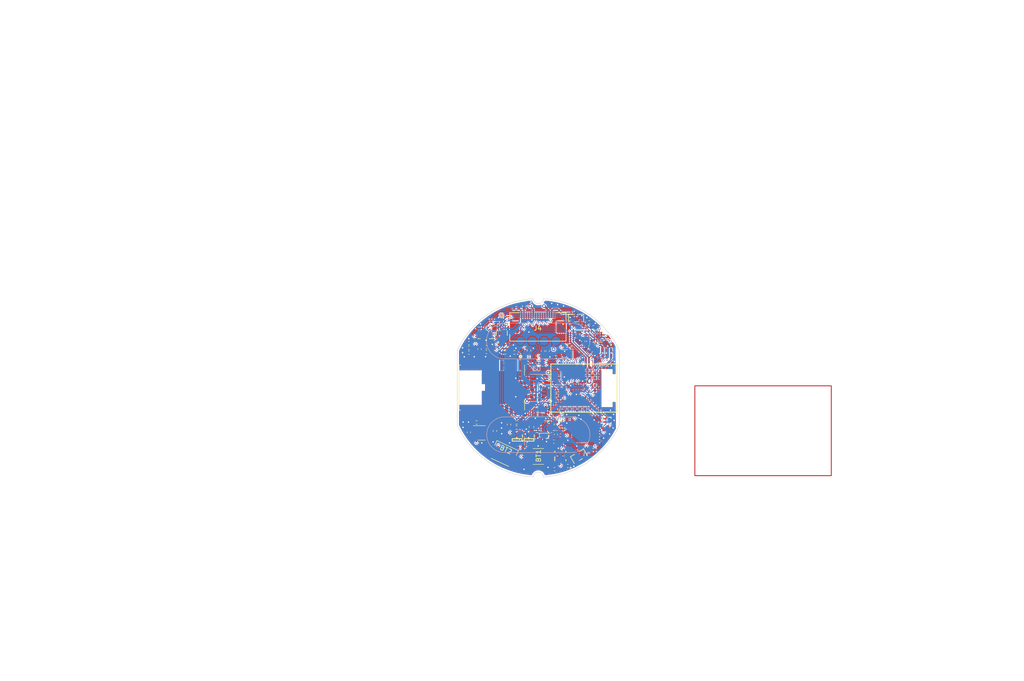
<source format=kicad_pcb>
(kicad_pcb (version 20221018) (generator pcbnew)
  (title_block (comment 4 "AISLER Project ID: VRLIPWJJ"))
  (layers (0 "F.Cu" signal) (1 "In1.Cu" jumper "VCC") (2 "In2.Cu" power "GND") (31 "B.Cu" signal) (34 "B.Paste" user) (35 "F.Paste" user) (36 "B.SilkS" user "B.Silkscreen") (37 "F.SilkS" user "F.Silkscreen") (38 "B.Mask" user) (39 "F.Mask" user) (44 "Edge.Cuts" user))
  (net 0 "")
  (net 1 "GND")
  (net 2 "/DISPLAY_D{slash}C")
  (net 3 "/DISPLAY_CS")
  (net 4 "+3.3V")
  (net 5 "/DISPLAY_RESET")
  (net 6 "/TP_RST")
  (net 7 "/TP_INT")
  (net 8 "+1V8")
  (net 9 "/DISPLAY_CLK")
  (net 10 "/DISPLAY_SDI")
  (net 11 "/FLASH_CS")
  (net 12 "/FLASH_CLK")
  (net 13 "/HR_INT")
  (net 14 "/XL2")
  (net 15 "/XL1")
  (net 17 "/BAT_INT")
  (net 18 "Net-(U5-RF_OUT)")
  (net 19 "Net-(U5-RF_IN)")
  (net 22 "/LEDK")
  (net 23 "/BACKLIGHT_EN")
  (net 24 "VDD")
  (net 26 "VIN_SWD")
  (net 35 "/SWDIO")
  (net 38 "/SWDCLK")
  (net 40 "RTC Battery")
  (net 43 "/GPS_TX")
  (net 44 "/GPS_RX")
  (net 45 "/GPS_EXTINT")
  (net 47 "/SCL")
  (net 48 "/SDA")
  (net 49 "/FLASH_IO1")
  (net 50 "/FLASH_IO2")
  (net 51 "/FLASH_IO0")
  (net 52 "/FLASH_IO3")
  (net 53 "Net-(U11-PROG)")
  (net 54 "/RTC_CLK")
  (net 55 "/RTC_EVI")
  (net 56 "/RTC_INT")
  (net 57 "Net-(U4-EN)")
  (net 59 "Net-(U4-L2)")
  (net 60 "Net-(U4-L1)")
  (net 62 "/BAT+")
  (net 64 "/GPS_FORCEON")
  (net 65 "Net-(MOSFET1-G)")
  (net 66 "Net-(U8-C1)")
  (net 69 "/INT1_BMI270")
  (net 70 "/INT2_BMI270")
  (net 71 "/LIS2MDLTR_INT")
  (net 72 "Net-(U5-TXD1)")
  (net 73 "/USB_P")
  (net 79 "/USB_N")
  (net 83 "Net-(U5-RXD1)")
  (net 84 "Net-(U5-EXTINT0)")
  (net 85 "Net-(U5-FORCE_ON)")
  (net 89 "VIN")
  (net 90 "VIN_USB")
  (net 92 "+5V")
  (net 96 "/TWI_SCL")
  (net 97 "/TWI_SDA")
  (net 99 "/HR_LED_EN")
  (footprint "W25N01GVZEIG_TR:SON127P800X600X80-9N-D" (layer "F.Cu") (at 168.312 107.95)
    (fp_text reference "IC1" hide)
    (fp_text value "W25Q256JVEIQ" hide)
  )
  (footprint "Capacitor_SMD:C_0402_1005Metric" (layer "F.Cu") (at 162.65 109.925)
    (fp_text reference "C16" hide)
    (fp_text value "1uF")
  )
  (footprint "Resistor_SMD:R_0402_1005Metric" (layer "F.Cu") (at 167.825 86.725 90)
    (fp_text reference "R10" hide)
    (fp_text value "4.7k")
  )
  (footprint "Resistor_SMD:R_0402_1005Metric" (layer "F.Cu") (at 154.1 90.65 180)
    (fp_text reference "R7" hide)
    (fp_text value "1k")
  )
  (footprint "LM66200DRLR:SOTFL50P160X60-8N" (layer "F.Cu") (at 157.275 109.575 -90)
    (fp_text reference "IC3" hide)
    (fp_text value "LM66200DRLR" hide)
  )
  (footprint "Resistor_SMD:R_0402_1005Metric" (layer "F.Cu") (at 171.2 85.23)
    (fp_text reference "R3" hide)
    (fp_text value "10k")
  )
  (footprint "Resistor_SMD:R_0402_1005Metric" (layer "F.Cu") (at 163.1 106.21 90)
    (fp_text reference "R1" hide)
    (fp_text value "100k")
  )
  (footprint "Capacitor_SMD:C_1812_4532Metric_Pad1.57x3.40mm_HandSolder" (layer "F.Cu") (at 159.3 113.15)
    (fp_text reference "BT1")
    (fp_text value "Battery_Cell")
  )
  (footprint "TPS70950QDRVRQ1:DRV0006A" (layer "F.Cu") (at 164.05 113.049999 90)
    (fp_text reference "U12" hide)
    (fp_text value "TPS70950QDRVRQ1")
  )
  (footprint "Resistor_SMD:R_0402_1005Metric" (layer "F.Cu") (at 152.97 106.25 90)
    (fp_text reference "R4" hide)
    (fp_text value "1k")
  )
  (footprint "Capacitor_SMD:C_0402_1005Metric" (layer "F.Cu") (at 144.295 90.7 180)
    (fp_text reference "C15" hide)
    (fp_text value "100nF")
  )
  (footprint "Resistor_SMD:R_0402_1005Metric" (layer "F.Cu") (at 156.27 80.64 -90)
    (fp_text reference "R12" hide)
    (fp_text value "4.7k")
  )
  (footprint "2N7002:SOT-23TO-236_318-08_ONS" (layer "F.Cu") (at 167.44 83.22)
    (fp_text reference "MOSFET1" hide)
    (fp_text value "2N7002")
  )
  (footprint "X05A20L15T:CONN_X05A20L15T_XKB" (layer "F.Cu") (at 159.2014 85.132401)
    (fp_text reference "J4")
    (fp_text value "X05A20L15T")
  )
  (footprint "Inductor_SMD:L_0603_1608Metric" (layer "F.Cu") (at 157.825 106.775 -90)
    (fp_text reference "L2" hide)
    (fp_text value "MBKK1608T1R5M")
  )
  (footprint "Capacitor_SMD:C_0402_1005Metric" (layer "F.Cu") (at 148.075 89.5 180)
    (fp_text reference "C17" hide)
    (fp_text value "100nF")
  )
  (footprint "Capacitor_SMD:C_0402_1005Metric" (layer "F.Cu") (at 163.1 108.4 -90)
    (fp_text reference "C2" hide)
    (fp_text value "0.1uF")
  )
  (footprint "Resistor_SMD:R_0402_1005Metric" (layer "F.Cu") (at 154.59 105.79 180)
    (fp_text reference "R5" hide)
    (fp_text value "5k6")
  )
  (footprint "Capacitor_SMD:C_0402_1005Metric" (layer "F.Cu") (at 160.275 90.375 90)
    (fp_text reference "C8" hide)
    (fp_text value "0.1uF")
  )
  (footprint "Package_TO_SOT_SMD:SOT-23-5" (layer "F.Cu") (at 147.05 108.05)
    (fp_text reference "U11" hide)
    (fp_text value "MCP73831T-2ACI/OT")
  )
  (footprint "Resistor_SMD:R_0402_1005Metric" (layer "F.Cu") (at 170.31 84.16 180)
    (fp_text reference "R11" hide)
    (fp_text value "1M")
  )
  (footprint "Capacitor_SMD:C_0402_1005Metric" (layer "F.Cu") (at 161.525 108.875)
    (fp_text reference "C9" hide)
    (fp_text value "10uF")
  )
  (footprint "Capacitor_SMD:C_0402_1005Metric" (layer "F.Cu") (at 161.305 90.374999 90)
    (fp_text reference "C7" hide)
    (fp_text value "4.7uF")
  )
  (footprint "Capacitor_SMD:C_0402_1005Metric" (layer "F.Cu") (at 162.8 115.9 180)
    (fp_text reference "C21" hide)
    (fp_text value "2.2uF")
  )
  (footprint "Capacitor_SMD:C_0402_1005Metric" (layer "F.Cu") (at 165.675 115.225 180)
    (fp_text reference "C22" hide)
    (fp_text value "1uF")
  )
  (footprint "Capacitor_SMD:C_0402_1005Metric" (layer "F.Cu") (at 148.075 90.55 180)
    (fp_text reference "C20" hide)
    (fp_text value "4.7uF")
  )
  (footprint "Capacitor_SMD:C_0402_1005Metric" (layer "F.Cu") (at 170.7 90.3 -135)
    (fp_text reference "C12" hide)
    (fp_text value "220nF")
  )
  (footprint "Capacitor_SMD:C_0402_1005Metric" (layer "F.Cu") (at 159.154999 100.950002)
    (fp_text reference "C4" hide)
    (fp_text value "10uF")
  )
  (footprint "AP7313-18SAG-7:SOT-23_DIO" (layer "F.Cu") (at 168.075 113.1 30)
    (fp_text reference "U6" hide)
    (fp_text value "AP7313-18SAG-7")
  )
  (footprint "Capacitor_SMD:C_0402_1005Metric" (layer "F.Cu") (at 171.125 111.8)
    (fp_text reference "C23" hide)
    (fp_text value "1uF")
  )
  (footprint "Resistor_SMD:R_0402_1005Metric" (layer "F.Cu") (at 149.92 107.63 90)
    (fp_text reference "R17" hide)
    (fp_text value "5.1k")
  )
  (footprint "NORA-B120-00B:NORAB12000B" (layer "F.Cu") (at 169.15 98.36)
    (fp_text reference "IC2" hide)
    (fp_text value "NORA-B120-00B" hide)
  )
  (footprint "LM66200DRLR:SOTFL50P160X60-8N" (layer "F.Cu") (at 154.715002 109.573002 -90)
    (fp_text reference "IC4" hide)
    (fp_text value "LM66200DRLR" hide)
  )
  (footprint "Resistor_SMD:R_0402_1005Metric" (layer "F.Cu") (at 158.71 97.58 90)
    (fp_text reference "R14" hide)
    (fp_text value "5k6")
  )
  (footprint "Capacitor_SMD:C_0402_1005Metric" (layer "F.Cu") (at 152.325 89)
    (fp_text reference "C18" hide)
    (fp_text value "0.1uF")
  )
  (footprint "Resistor_SMD:R_0402_1005Metric" (layer "F.Cu") (at 154.6 106.89 180)
    (fp_text reference "R6" hide)
    (fp_text value "1k")
  )
  (footprint "Capacitor_SMD:C_0402_1005Metric" (layer "F.Cu") (at 169.025 88.25 -90)
    (fp_text reference "C11" hide)
    (fp_text value "100n")
  )
  (footprint "Capacitor_SMD:C_0402_1005Metric" (layer "F.Cu") (at 144.295 89.65 180)
    (fp_text reference "C1" hide)
    (fp_text value "10uF")
  )
  (footprint "TPD2EUSB30DRTR:DRT0003A" (layer "F.Cu") (at 159.58 92.83 90)
    (fp_text reference "U2" hide)
    (fp_text value "TPD2EUSB30DRTR")
  )
  (footprint "Resistor_SMD:R_0402_1005Metric" (layer "F.Cu") (at 165.5 89.2 180)
    (fp_text reference "R15" hide)
    (fp_text value "4.7k")
  )
  (footprint "Capacitor_SMD:C_0402_1005Metric" (layer "F.Cu") (at 170.103341 88.247295 -90)
    (fp_text reference "C3" hide)
    (fp_text value "10u")
  )
  (footprint "Capacitor_SMD:C_0402_1005Metric" (layer "F.Cu") (at 159.16 102.985 180)
    (fp_text reference "C10" hide)
    (fp_text value "10uF")
  )
  (footprint "Resistor_SMD:R_0402_1005Metric" (layer "F.Cu") (at 154.53 81.1)
    (fp_text reference "R16" hide)
    (fp_text value "4.7k")
  )
  (footprint "Capacitor_SMD:C_0402_1005Metric" (layer "F.Cu") (at 159.154995 99.920004)
    (fp_text reference "C5" hide)
    (fp_text value "0.1uF")
  )
  (footprint "Capacitor_SMD:C_0402_1005Metric" (layer "F.Cu") (at 144.295 88.625 180)
    (fp_text reference "C14" hide)
    (fp_text value "100n")
  )
  (footprint "Resistor_SMD:R_0402_1005Metric" (layer "F.Cu") (at 157.269999 90.245 90)
    (fp_text reference "R9" hide)
    (fp_text value "4.7k")
  )
  (footprint "2994TR:BAT_2994TR" (layer "F.Cu") (at 151.525 113.275 -25)
    (fp_text reference "BT2")
    (fp_text value "2994TR")
  )
  (footprint "Resistor_SMD:R_0402_1005Metric" (layer "F.Cu") (at 145.95 105.8 180)
    (fp_text reference "R2" hide)
    (fp_text value "0R")
  )
  (footprint "Resistor_SMD:R_0402_1005Metric" (layer "F.Cu") (at 152.15 90.65 180)
    (fp_text reference "R8" hide)
    (fp_text value "5k6")
  )
  (footprint "Capacitor_SMD:C_0402_1005Metric" (layer "F.Cu") (at 159.15 104.025 180)
    (fp_text reference "C6" hide)
    (fp_text value "10uF")
  )
  (footprint "Crystal:Crystal_SMD_3215-2Pin_3.2x1.5mm" (layer "F.Cu") (at 164.94 90.93 180)
    (fp_text reference "X2" hide)
    (fp_text value "9HT10-32.768KBZC-T")
  )
  (footprint "Capacitor_SMD:C_0402_1005Metric" (layer "F.Cu") (at 144.27 107.92 90)
    (fp_text reference "C19" hide)
    (fp_text value "4.7uF")
  )
  (footprint "Package_SON:WSON-10-1EP_2.5x2.5mm_P0.5mm_EP1.2x2mm" (layer "F.Cu") (at 160.625 106.775)
    (fp_text reference "U4" hide)
    (fp_text value "TPS63031DSK")
  )
  (footprint "TPD2EUSB30DRTR:DRT0003A" (layer "F.Cu") (at 174.45 105.35 -90)
    (fp_text reference "U9" hide)
    (fp_text value "TPD2EUSB30DRTR")
  )
  (footprint "Capacitor_SMD:C_0402_1005Metric" (layer "F.Cu") (at 146.6 89.95 -90)
    (fp_text reference "C13" hide)
    (fp_text value "100n")
  )
  (footprint "BMI270:XDCR_BMI270" (layer "F.Cu") (at 147.737508 86.429095)
    (fp_text reference "U7" hide)
    (fp_text value "BMI270")
  )
  (footprint "MAX17048G_T10:21-0168E_T822-3_MXM" (layer "F.Cu") (at 151.4 86.4758 90)
    (fp_text reference "U1" hide)
    (fp_text value "MAX17048G+T10")
  )
  (footprint "L96-M33:XCVR_L96-M33" (layer "F.Cu") (at 149.25 98.25 -90)
    (fp_text reference "U5" hide)
    (fp_text value "L96-M33")
  )
  (footprint "Resistor_SMD:R_0402_1005Metric" (layer "F.Cu") (at 159.83 97.58 -90)
    (fp_text reference "R13" hide)
    (fp_text value "1k")
  )
  (footprint "LIS2MDLTR:PQFN50P200X200X70-12N" (layer "F.Cu") (at 172.15 87.125)
    (fp_text reference "U8" hide)
    (fp_text value "LIS2MDLTR")
  )
  (footprint "RV_3028_C7_32_768KHZ_1PPM_TA_QC:IC_RV-3028-C7_32.768KHZ_1PPM-TA-QC" (layer "F.Cu") (at 173.675 90.775 -90)
    (fp_text reference "U10" hide)
    (fp_text value "RV-3028-C7_32.768KHZ_1PPM-TA-QC")
  )
  (footprint "Pogo_Female_4Pin:Pogo_Female_4Pin" (layer "B.Cu") (at 163.344 88.19 180)
    (fp_text reference "J1" hide)
    (fp_text value "Conn_01x04" hide)
  )
  (footprint "MAX30101EFD_T:MAX30101EFD_T" (layer "B.Cu") (at 159.295 98.325 180)
    (fp_text reference "U3")
    (fp_text value "MAX30101EFD_T")
  )
  (footprint "Pogo_Female_4pin:Pogo_Female_4Pin" (layer "B.Cu") (at 155.21 108.445664)
    (fp_text reference "J2" hide)
    (fp_text value "Conn_01x04" hide)
  )
  (gr_rect (start 193.115 97.88) (end 222.605 117.3) (stroke (width 0.2)) (fill none) (layer "F.Cu"))
  (gr_arc (start 159.3 80.12) (mid 158.536446 79.811824) (end 158.200727 79.059974) (stroke (width 0.1)) (layer "Edge.Cuts"))
  (gr_arc (start 158.200727 117.580025) (mid 148.467315 114.282766) (end 141.808018 106.455571) (stroke (width 0.1)) (layer "Edge.Cuts"))
  (gr_arc (start 176.798273 106.442035) (mid 170.13886 114.278575) (end 160.399273 117.580026) (stroke (width 0.1)) (layer "Edge.Cuts"))
  (gr_arc (start 158.200727 117.580026) (mid 158.536447 116.828176) (end 159.3 116.52) (stroke (width 0.1)) (layer "Edge.Cuts"))
  (gr_arc (start 160.399273 79.059974) (mid 160.063553 79.811824) (end 159.3 80.12) (stroke (width 0.1)) (layer "Edge.Cuts"))
  (gr_line (start 141.798491 90.18445) (end 141.800191 106.459207) (stroke (width 0.1)) (layer "Edge.Cuts"))
  (gr_arc (start 141.806315 90.188089) (mid 148.465645 82.358367) (end 158.200727 79.059974) (stroke (width 0.1)) (layer "Edge.Cuts"))
  (gr_arc (start 160.399273 79.059974) (mid 170.1393 82.361724) (end 176.79872 90.198929) (stroke (width 0.1)) (layer "Edge.Cuts"))
  (gr_arc (start 159.3 116.52) (mid 160.063554 116.828176) (end 160.399273 117.580026) (stroke (width 0.1)) (layer "Edge.Cuts"))
  (gr_line (start 176.806548 90.195299) (end 176.806101 106.445664) (stroke (width 0.1)) (layer "Edge.Cuts"))
  (segment (start 151.7793 86.4758) (end 151.4 86.4758) (width 0.25) (layer "F.Cu") (net 1))
  (segment (start 159.4125 106.775) (end 160.625 106.775) (width 0.25) (layer "F.Cu") (net 1))
  (segment (start 161.8375 106.275) (end 161.125 106.275) (width 0.25) (layer "F.Cu") (net 1))
  (segment (start 145.45 93.45) (end 144.45 93.45) (width 0.25) (layer "F.Cu") (net 1))
  (segment (start 161.305 89.894999) (end 161.305 89.62) (width 0.25) (layer "F.Cu") (net 1))
  (segment (start 156.25 96.25) (end 154.45 96.25) (width 0.25) (layer "F.Cu") (net 1))
  (segment (start 175.65 95.06) (end 175.65 93.96) (width 0.3) (layer "F.Cu") (net 1))
  (segment (start 148 88.025) (end 148.038008 88.063008) (width 0.25) (layer "F.Cu") (net 1))
  (segment (start 161.305 89.894999) (end 160.275001 89.894999) (width 0.25) (layer "F.Cu") (net 1))
  (segment (start 167.15 98.91) (end 168.25 98.91) (width 0.25) (layer "F.Cu") (net 1))
  (segment (start 160.275001 89.894999) (end 160.275 89.895) (width 0.25) (layer "F.Cu") (net 1))
  (segment (start 148 88.02) (end 148 88.025) (width 0.25) (layer "F.Cu") (net 1))
  (segment (start 172.65 95.06) (end 172.65 94.96) (width 0.2) (layer "F.Cu") (net 1))
  (segment (start 158.68 104.015) (end 158.67 104.025) (width 0.25) (layer "F.Cu") (net 1))
  (segment (start 151.65 86.2258) (end 151.4 86.4758) (width 0.25) (layer "F.Cu") (net 1))
  (segment (start 152.83 89.025) (end 152.805 89) (width 0.25) (layer "F.Cu") (net 1))
  (segment (start 158.68 102.985) (end 158.68 104.015) (width 0.25) (layer "F.Cu") (net 1))
  (segment (start 172.69207 87.375) (end 172.91 87.375) (width 0.25) (layer "F.Cu") (net 1))
  (segment (start 168.25 97.81) (end 167.15 97.81) (width 0.25) (layer "F.Cu") (net 1))
  (segment (start 156.473944 104.416056) (end 156.473944 103.848944) (width 0.25) (layer "F.Cu") (net 1))
  (segment (start 154.45 96.25) (end 154.425 96.225) (width 0.25) (layer "F.Cu") (net 1))
  (segment (start 161.125 106.275) (end 160.625 106.775) (width 0.25) (layer "F.Cu") (net 1))
  (segment (start 172.4 87.885) (end 172.4 87.66707) (width 0.25) (layer "F.Cu") (net 1))
  (segment (start 175.65 102.76) (end 175.65 101.66) (width 0.3) (layer "F.Cu") (net 1))
  (segment (start 164.342 109.925) (end 164.412 109.855) (width 0.25) (layer "F.Cu") (net 1))
  (segment (start 151.0207 86.4758) (end 151.4 86.4758) (width 0.25) (layer "F.Cu") (net 1))
  (segment (start 162.005 108.875) (end 163.095 108.875) (width 0.3) (layer "F.Cu") (net 1))
  (segment (start 172.4 87.66707) (end 172.69207 87.375) (width 0.25) (layer "F.Cu") (net 1))
  (segment (start 150.45 100.875) (end 150.475 100.85) (width 0.25) (layer "F.Cu") (net 1))
  (segment (start 163.1 109.895) (end 163.13 109.925) (width 0.25) (layer "F.Cu") (net 1))
  (segment (start 165.195 115.225) (end 165.195 115.405) (width 0.25) (layer "F.Cu") (net 1))
  (segment (start 152.45 93.45) (end 151.45 93.45) (width 0.25) (layer "F.Cu") (net 1))
  (segment (start 159.634999 99.920008) (end 159.634995 99.920004) (width 0.25) (layer "F.Cu") (net 1))
  (segment (start 163.095 108.875) (end 163.1 108.88) (width 0.3) (layer "F.Cu") (net 1))
  (segment (start 152.45 92.23) (end 152.45 93.45) (width 0.25) (layer "F.Cu") (net 1))
  (segment (start 144.45 103.05) (end 143.3 103.05) (width 0.25) (layer "F.Cu") (net 1))
  (segment (start 153.22 91.46) (end 152.45 92.23) (width 0.25) (layer "F.Cu") (net 1))
  (segment (start 155.1 105.79) (end 156.473944 104.416056) (width 0.25) (layer "F.Cu") (net 1))
  (segment (start 146.45 93.45) (end 145.45 93.45) (width 0.25) (layer "F.Cu") (net 1))
  (segment (start 156.25 100.25) (end 154.425 100.25) (width 0.25) (layer "F.Cu") (net 1))
  (segment (start 144.45 93.45) (end 143.3 93.45) (width 0.25) (layer "F.Cu") (net 1))
  (segment (start 162.75 93.96) (end 163.85 95.06) (width 0.25) (layer "F.Cu") (net 1))
  (segment (start 156.523002 108.735002) (end 156.525 108.737) (width 0.25) (layer "F.Cu") (net 1))
  (segment (start 159.634999 100.950002) (end 159.634999 99.920008) (width 0.25) (layer "F.Cu") (net 1))
  (segment (start 151.65 85.4725) (end 151.65 86.2258) (width 0.25) (layer "F.Cu") (net 1))
  (via (at 174.2895 89.265979) (size 0.5) (drill 0.3) (layers "F.Cu" "B.Cu") (net 1))
  (via (at 154.425 96.225) (size 0.5) (drill 0.3) (layers "F.Cu" "B.Cu") (net 1))
  (via (at 147.9 91.575) (size 0.5) (drill 0.3) (layers "F.Cu" "B.Cu") (net 1))
  (via (at 166.161444 83.088556) (size 0.5) (drill 0.3) (layers "F.Cu" "B.Cu") (net 1))
  (via (at 158.65 104.9) (size 0.5) (drill 0.3) (layers "F.Cu" "B.Cu") (net 1))
  (via (at 161.4 115.5) (size 0.5) (drill 0.3) (layers "F.Cu" "B.Cu") (net 1))
  (via (at 158.05 92.95) (size 0.5) (drill 0.3) (layers "F.Cu" "B.Cu") (net 1))
  (via (at 164.74 80.6) (size 0.5) (drill 0.3) (layers "F.Cu" "B.Cu") (net 1))
  (via (at 153.08 110.21) (size 0.5) (drill 0.3) (layers "F.Cu" "B.Cu") (net 1))
  (via (at 174.9 103.16) (size 0.5) (drill 0.3) (layers "F.Cu" "B.Cu") (net 1))
  (via (at 144.21 105.72) (size 0.5) (drill 0.3) (layers "F.Cu" "B.Cu") (net 1))
  (via (at 163.46 80.33) (size 0.5) (drill 0.3) (layers "F.Cu" "B.Cu") (net 1))
  (via (at 166.97 115.26) (size 0.5) (drill 0.3) (layers "F.Cu" "B.Cu") (net 1))
  (via (at 173.392387 109.2) (size 0.5) (drill 0.3) (layers "F.Cu" "B.Cu") (net 1))
  (via (at 154.425 100.25) (size 0.5) (drill 0.3) (layers "F.Cu" "B.Cu") (net 1))
  (via (at 159.07 96.3) (size 0.5) (drill 0.3) (layers "F.Cu" "B.Cu") (net 1))
  (via (at 175.072746 93.542746) (size 0.5) (drill 0.3) (layers "F.Cu" "B.Cu") (net 1))
  (via (at 168.7 82.7) (size 0.5) (drill 0.3) (layers "F.Cu" "B.Cu") (net 1))
  (via (at 143.3 91.6) (size 0.5) (drill 0.3) (layers "F.Cu" "B.Cu") (net 1))
  (via (at 157.27 86.26) (size 0.5) (drill 0.3) (layers "F.Cu" "B.Cu") (net 1))
  (via (at 156.22 115.93) (size 0.5) (drill 0.3) (layers "F.Cu" "B.Cu") (net 1))
  (via (at 170.15 89.8745) (size 0.5) (drill 0.3) (layers "F.Cu" "B.Cu") (net 1))
  (via (at 142.925 90.7) (size 0.5) (drill 0.3) (layers "F.Cu" "B.Cu") (net 1))
  (via (at 175.54 104.04) (size 0.5) (drill 0.3) (layers "F.Cu" "B.Cu") (net 1))
  (via (at 155.894902 109.805098) (size 0.5) (drill 0.3) (layers "F.Cu" "B.Cu") (net 1))
  (via (at 161.075 109.95) (size 0.5) (drill 0.3) (layers "F.Cu" "B.Cu") (net 1))
  (via (at 156.7 107.25) (size 0.5) (drill 0.3) (layers "F.Cu" "B.Cu") (net 1))
  (via (at 157.71 79.77) (size 0.5) (drill 0.3) (layers "F.Cu" "B.Cu") (net 1))
  (via (at 166.29 97.82) (size 0.5) (drill 0.3) (layers "F.Cu" "B.Cu") (net 1))
  (via (at 145.45 91.6) (size 0.5) (drill 0.3) (layers "F.Cu" "B.Cu") (net 1))
  (via (at 171.61 84.37) (size 0.5) (drill 0.3) (layers "F.Cu" "B.Cu") (net 1))
  (via (at 171.363 105.27) (size 0.5) (drill 0.3) (layers "F.Cu" "B.Cu") (net 1))
  (via (at 156.473944 103.848944) (size 0.5) (drill 0.3) (layers "F.Cu" "B.Cu") (net 1))
  (via (at 174.7 108.3) (size 0.5) (drill 0.3) (layers "F.Cu" "B.Cu") (net 1))
  (via (at 159.2 109.18) (size 0.5) (drill 0.3) (layers "F.Cu" "B.Cu") (net 1))
  (via (at 142.925 89.65) (size 0.5) (drill 0.3) (layers "F.Cu" "B.Cu") (net 1))
  (via (at 151.35 107) (size 0.5) (drill 0.3) (layers "F.Cu" "B.Cu") (net 1))
  (via (at 165.675 109.65) (size 0.5) (drill 0.3) (layers "F.Cu" "B.Cu") (net 1))
  (via (at 165.45 105.95) (size 0.5) (drill 0.3) (layers "F.Cu" "B.Cu") (net 1))
  (via (at 167.52 99.73) (size 0.5) (drill 0.3) (layers "F.Cu" "B.Cu") (net 1))
  (via (at 154.45 89.75) (size 0.5) (drill 0.3) (layers "F.Cu" "B.Cu") (net 1))
  (via (at 167.6 110.91) (size 0.5) (drill 0.3) (layers "F.Cu" "B.Cu") (net 1))
  (via (at 161.8 91.62) (size 0.5) (drill 0.3) (layers "F.Cu" "B.Cu") (net 1))
  (via (at 150.908767 89.518767) (size 0.5) (drill 0.3) (layers "F.Cu" "B.Cu") (net 1))
  (via (at 169.77 83.14) (size 0.5) (drill 0.3) (layers "F.Cu" "B.Cu") (net 1))
  (via (at 161.72 101.98) (size 0.5) (drill 0.3) (layers "F.Cu" "B.Cu") (net 1))
  (via (at 159.26 110.86) (size 0.5) (drill 0.3) (layers "F.Cu" "B.Cu") (net 1))
  (via (at 161.575 98.3115) (size 0.5) (drill 0.3) (layers "F.Cu" "B.Cu") (net 1))
  (via (at 147.09 110.213093) (size 0.5) (drill 0.3) (layers "F.Cu" "B.Cu") (net 1))
  (via (at 175.45 106.975) (size 0.5) (drill 0.3) (layers "F.Cu" "B.Cu") (net 1))
  (via (at 165.42603 104.10603) (size 0.5) (drill 0.3) (layers "F.Cu" "B.Cu") (net 1))
  (via (at 162.2 80.05) (size 0.5) (drill 0.3) (layers "F.Cu" "B.Cu") (net 1))
  (via (at 148 88.02) (size 0.5) (drill 0.3) (layers "F.Cu" "B.Cu") (net 1))
  (via (at 164.924074 95.965797) (size 0.5) (drill 0.3) (layers "F.Cu" "B.Cu") (net 1))
  (via (at 163.625 111.375) (size 0.5) (drill 0.3) (layers "F.Cu" "B.Cu") (net 1))
  (via (at 171.520358 91.330358) (size 0.5) (drill 0.3) (layers "F.Cu" "B.Cu") (net 1))
  (via (at 168.5 105.075) (size 0.5) (drill 0.3) (layers "F.Cu" "B.Cu") (net 1))
  (via (at 164.98 90.42) (size 0.5) (drill 0.3) (layers "F.Cu" "B.Cu") (net 1))
  (via (at 168.25147 88.03853) (size 0.5) (drill 0.3) (layers "F.Cu" "B.Cu") (net 1))
  (via (at 153.22 91.46) (size 0.5) (drill 0.3) (layers "F.Cu" "B.Cu") (net 1))
  (via (at 153.91 89.05) (size 0.5) (drill 0.3) (layers "F.Cu" "B.Cu") (net 1))
  (via (at 160.910569 104.970569) (size 0.5) (drill 0.3) (layers "F.Cu" "B.Cu") (net 1))
  (via (at 144.275 87.675) (size 0.5) (drill 0.3) (layers "F.Cu" "B.Cu") (net 1))
  (via (at 151.39 108.23) (size 0.5) (drill 0.3) (layers "F.Cu" "B.Cu") (net 1))
  (via (at 143.05 106.85) (size 0.5) (drill 0.3) (layers "F.Cu" "B.Cu") (net 1))
  (via (at 168.818767 91.781233) (size 0.5) (drill 0.3) (layers "F.Cu" "B.Cu") (net 1))
  (via (at 151.36 105.88) (size 0.5) (drill 0.3) (layers "F.Cu" "B.Cu") (net 1))
  (via (at 175.7265 92.621522) (size 0.5) (drill 0.3) (layers "F.Cu" "B.Cu") (net 1))
  (via (at 175.67 105.35) (size 0.5) (drill 0.3) (layers "F.Cu" "B.Cu") (net 1))
  (via (at 158.22 89.76) (size 0.5) (drill 0.3) (layers "F.Cu" "B.Cu") (net 1))
  (via (at 157.91 83.63) (size 0.5) (drill 0.3) (layers "F.Cu" "B.Cu") (net 1))
  (via (at 149.351468 88.922685) (size 0.5) (drill 0.3) (layers "F.Cu" "B.Cu") (net 1))
  (via (at 168.87 96.86) (size 0.5) (drill 0.3) (layers "F.Cu" "B.Cu") (net 1))
  (via (at 146.80545 84.489047) (size 0.5) (drill 0.3) (layers "F.Cu" "B.Cu") (net 1))
  (via (at 143.06 105.72) (size 0.5) (drill 0.3) (layers "F.Cu" "B.Cu") (net 1))
  (via (at 168.05 104.25) (size 0.5) (drill 0.3) (layers "F.Cu" "B.Cu") (net 1))
  (via (at 150.7 83.1005) (size 0.5) (drill 0.3) (layers "F.Cu" "B.Cu") (net 1))
  (via (at 149.525 110) (size 0.5) (drill 0.3) (layers "F.Cu" "B.Cu") (net 1))
  (segment (start 171.0115 92.32647) (end 171.0115 94.4985) (width 0.127) (layer "F.Cu") (net 2))
  (segment (start 160.763999 83.475299) (end 160.763999 82.6736) (width 0.127) (layer "F.Cu") (net 2))
  (segment (start 161.1137 83.825) (end 160.763999 83.475299) (width 0.127) (layer "F.Cu") (net 2))
  (segment (start 171.0115 94.4985) (end 170.45 95.06) (width 0.127) (layer "F.Cu") (net 2))
  (segment (start 161.95 83.825) (end 161.1137 83.825) (width 0.127) (layer "F.Cu") (net 2))
  (segment (start 160.763999 82.6736) (end 160.7014 82.611001) (width 0.127) (layer "F.Cu") (net 2))
  (segment (start 170.884158 92.199128) (end 171.0115 92.32647) (width 0.127) (layer "F.Cu") (net 2))
  (via (at 161.95 83.825) (size 0.5) (drill 0.3) (layers "F.Cu" "B.Cu") (net 2))
  (via (at 170.884158 92.199128) (size 0.5) (drill 0.3) (layers "F.Cu" "B.Cu") (net 2))
  (segment (start 162.025 83.9) (end 161.95 83.825) (width 0.127) (layer "B.Cu") (net 2))
  (segment (start 170.884158 91.39671) (end 163.387448 83.9) (width 0.127) (layer "B.Cu") (net 2))
  (segment (start 170.884158 92.199128) (end 170.884158 91.39671) (width 0.127) (layer "B.Cu") (net 2))
  (segment (start 163.387448 83.9) (end 162.025 83.9) (width 0.127) (layer "B.Cu") (net 2))
  (segment (start 160.201401 83.375149) (end 161.164252 84.338) (width 0.127) (layer "F.Cu") (net 3))
  (segment (start 166.625 96.825) (end 166.625 96.5) (width 0.127) (layer "F.Cu") (net 3))
  (segment (start 160.201401 82.611001) (end 160.201401 83.375149) (width 0.127) (layer "F.Cu") (net 3))
  (segment (start 161.164252 84.338) (end 161.225166 84.338) (width 0.127) (layer "F.Cu") (net 3))
  (segment (start 166.625 96.5) (end 166.965 96.16) (width 0.127) (layer "F.Cu") (net 3))
  (segment (start 166.965 96.16) (end 167.15 96.16) (width 0.127) (layer "F.Cu") (net 3))
  (via (at 161.225166 84.338) (size 0.5) (drill 0.3) (layers "F.Cu" "B.Cu") (net 3))
  (via (at 166.625 96.825) (size 0.5) (drill 0.3) (layers "F.Cu" "B.Cu") (net 3))
  (segment (start 163.363 84.338) (end 161.225166 84.338) (width 0.127) (layer "B.Cu") (net 3))
  (segment (start 166.625 96.825) (end 166.625 96.875) (width 0.127) (layer "B.Cu") (net 3))
  (segment (start 170.052 97.148) (end 170.052 91.027) (width 0.127) (layer "B.Cu") (net 3))
  (segment (start 166.625 96.875) (end 167.45 97.7) (width 0.127) (layer "B.Cu") (net 3))
  (segment (start 167.45 97.7) (end 169.5 97.7) (width 0.127) (layer "B.Cu") (net 3))
  (segment (start 170.052 91.027) (end 163.363 84.338) (width 0.127) (layer "B.Cu") (net 3))
  (segment (start 169.5 97.7) (end 170.052 97.148) (width 0.127) (layer "B.Cu") (net 3))
  (segment (start 160.92 103.05) (end 160.92 102.06) (width 0.4) (layer "F.Cu") (net 4))
  (segment (start 145.72 89.65) (end 145.72 88.855) (width 0.3) (layer "F.Cu") (net 4))
  (segment (start 161.8375 105.775) (end 161.8375 104.9575) (width 0.3) (layer "F.Cu") (net 4))
  (segment (start 147.45 93.45) (end 147.45 92.38) (width 0.3) (layer "F.Cu") (net 4))
  (segment (start 160.93 103.625) (end 161.4 103.625) (width 0.4) (layer "F.Cu") (net 4))
  (segment (start 161.49 95.02) (end 162.71 95.02) (width 0.4) (layer "F.Cu") (net 4))
  (segment (start 154.99 80.13) (end 154.02 81.1) (width 0.3) (layer "F.Cu") (net 4))
  (segment (start 145.72 90.65) (end 145.72 89.65) (width 0.3) (layer "F.Cu") (net 4))
  (segment (start 160.93 103.06) (end 160.855 102.985) (width 0.3) (layer "F.Cu") (net 4))
  (segment (start 145.72 88.855) (end 145.725 88.85) (width 0.25) (layer "F.Cu") (net 4))
  (segment (start 157.55 80.6505) (end 157.55 80.54) (width 0.3) (layer "F.Cu") (net 4))
  (segment (start 163.1 105.325) (end 161.763069 103.988069) (width 0.3) (layer "F.Cu") (net 4))
  (segment (start 160.912146 104.032146) (end 160.842146 104.032146) (width 0.3) (layer "F.Cu") (net 4))
  (segment (start 174.125 91.775) (end 174.125 91.375) (width 0.25) (layer "F.Cu") (net 4))
  (segment (start 163.85 96.16) (end 162.75 96.16) (width 0.4) (layer "F.Cu") (net 4))
  (segment (start 173.392387 107.621857) (end 173.944622 107.069622) (width 0.4) (layer "F.Cu") (net 4))
  (segment (start 162.75 96.16) (end 162.75 95.06) (width 0.4) (layer "F.Cu") (net 4))
  (segment (start 157.55 80.54) (end 157.14 80.13) (width 0.3) (layer "F.Cu") (net 4))
  (segment (start 147.45 92.38) (end 145.72 90.65) (width 0.3) (layer "F.Cu") (net 4))
  (segment (start 160.93 103.625) (end 160.93 103.944293) (width 0.4) (layer "F.Cu") (net 4))
  (segment (start 161.7014 81.7214) (end 161.201401 81.221401) (width 0.3) (layer "F.Cu") (net 4))
  (segment (start 156.27 80.13) (end 154.99 80.13) (width 0.3) (layer "F.Cu") (net 4))
  (segment (start 161.201401 81.221401) (end 160.6305 80.6505) (width 0.4) (layer "F.Cu") (net 4))
  (segment (start 157.14 80.13) (end 156.27 80.13) (width 0.3) (layer "F.Cu") (net 4))
  (segment (start 161.8375 104.9575) (end 160.912146 104.032146) (width 0.3) (layer "F.Cu") (net 4))
  (segment (start 161.4 103.625) (end 161.763069 103.988069) (width 0.4) (layer "F.Cu") (net 4))
  (segment (start 173.392387 107.9) (end 173.392387 107.621857) (width 0.4) (layer "F.Cu") (net 4))
  (segment (start 144.775 89.65) (end 145.72 89.65) (width 0.3) (layer "F.Cu") (net 4))
  (segment (start 145.67 90.7) (end 145.72 90.65) (width 0.25) (layer "F.Cu") (net 4))
  (segment (start 162.71 95.02) (end 162.75 95.06) (width 0.4) (layer "F.Cu") (net 4))
  (segment (start 160.855 102.985) (end 159.64 102.985) (width 0.3) (layer "F.Cu") (net 4))
  (segment (start 144.775 90.7) (end 145.67 90.7) (width 0.3) (layer "F.Cu") (net 4))
  (segment (start 159.4125 105.775) (end 159.4125 105.461793) (width 0.3) (layer "F.Cu") (net 4))
  (segment (start 174.124806 92.234806) (end 174.124806 91.775194) (width 0.25) (layer "F.Cu") (net 4))
  (segment (start 160.6305 80.6505) (end 160.5275 80.6505) (width 0.3) (layer "F.Cu") (net 4))
  (segment (start 173.236622 107.069622) (end 172.212 106.045) (width 0.4) (layer "F.Cu") (net 4))
  (segment (start 173.944622 107.069622) (end 174.644622 106.369622) (width 0.4) (layer "F.Cu") (net 4))
  (segment (start 160.93 103.06) (end 160.93 103.625) (width 0.4) (layer "F.Cu") (net 4))
  (segment (start 161.201401 82.611001) (end 161.201401 81.221401) (width 0.3) (layer "F.Cu") (net 4))
  (segment (start 158.201399 81.301899) (end 157.55 80.6505) (width 0.3) (layer "F.Cu") (net 4))
  (segment (start 160.93 103.944293) (end 160.842146 104.032146) (width 0.4) (layer "F.Cu") (net 4))
  (segment (start 174.124806 91.775194) (end 174.125 91.775) (width 0.25) (layer "F.Cu") (net 4))
  (segment (start 160.835 104.025) (end 160.842146 104.032146) (width 0.3) (layer "F.Cu") (net 4))
  (segment (start 160.93 103.06) (end 160.92 103.05) (width 0.4) (layer "F.Cu") (net 4))
  (segment (start 173.944622 107.069622) (end 173.236622 107.069622) (width 0.4) (layer "F.Cu") (net 4))
  (segment (start 158.201399 82.611001) (end 158.201399 81.301899) (width 0.3) (layer "F.Cu") (net 4))
  (segment (start 160.842146 104.032146) (end 159.4125 105.461793) (width 0.4) (layer "F.Cu") (net 4))
  (segment (start 159.63 104.025) (end 160.835 104.025) (width 0.3) (layer "F.Cu") (net 4))
  (segment (start 161.7014 82.611001) (end 161.7014 81.7214) (width 0.3) (layer "F.Cu") (net 4))
  (segment (start 163.1 105.7) (end 163.1 105.325) (width 0.3) (layer "F.Cu") (net 4))
  (via (at 173.392387 107.9) (size 0.5) (drill 0.3) (layers "F.Cu" "B.Cu") (net 4))
  (via (at 160.5275 80.6505) (size 0.8) (drill 0.4) (layers "F.Cu" "B.Cu") (net 4))
  (via (at 161.49 95.02) (size 0.8) (drill 0.4) (layers "F.Cu" "B.Cu") (net 4))
  (via (at 160.92 102.06) (size 0.5) (drill 0.3) (layers "F.Cu" "B.Cu") (net 4))
  (via (at 174.124806 92.234806) (size 0.5) (drill 0.3) (layers "F.Cu" "B.Cu") (net 4))
  (via (at 145.725 88.85) (size 0.5) (drill 0.3) (layers "F.Cu" "B.Cu") (net 4))
  (via (at 174.644622 106.369622) (size 0.5) (drill 0.3) (layers "F.Cu" "B.Cu") (net 4))
  (via (at 157.55 80.6505) (size 0.8) (drill 0.4) (layers "F.Cu" "B.Cu") (net 4))
  (via (at 161.763069 103.988069) (size 0.5) (drill 0.3) (layers "F.Cu" "B.Cu") (net 4))
  (segment (start 168.25 93.96) (end 168.25 92.337) (width 0.127) (layer "F.Cu") (net 5))
  (segment (start 168.25 92.337) (end 167.988 92.075) (width 0.127) (layer "F.Cu") (net 5))
  (segment (start 158.701401 82.611001) (end 158.701401 84.102638) (width 0.127) (layer "F.Cu") (net 5))
  (segment (start 158.701401 84.102638) (end 158.695085 84.108954) (width 0.127) (layer "F.Cu") (net 5))
  (via (at 158.695085 84.108954) (size 0.5) (drill 0.3) (layers "F.Cu" "B.Cu") (net 5))
  (via (at 167.988 92.075) (size 0.5) (drill 0.3) (layers "F.Cu" "B.Cu") (net 5))
  (segment (start 167.9 91.987) (end 167.9 90.348954) (width 0.127) (layer "B.Cu") (net 5))
  (segment (start 158.695085 84.246284) (end 158.695085 84.108954) (width 0.127) (layer "B.Cu") (net 5))
  (segment (start 163.056546 85.5055) (end 159.954301 85.5055) (width 0.127) (layer "B.Cu") (net 5))
  (segment (start 159.954301 85.5055) (end 158.695085 84.246284) (width 0.127) (layer "B.Cu") (net 5))
  (segment (start 167.9 90.348954) (end 163.056546 85.5055) (width 0.127) (layer "B.Cu") (net 5))
  (segment (start 167.988 92.075) (end 167.9 91.987) (width 0.127) (layer "B.Cu") (net 5))
  (segment (start 157.201399 83.726399) (end 157.201399 82.611001) (width 0.127) (layer "F.Cu") (net 6))
  (segment (start 167.7 92.925) (end 167.7 94.51) (width 0.127) (layer "F.Cu") (net 6))
  (segment (start 167.7 94.51) (end 167.15 95.06) (width 0.127) (layer "F.Cu") (net 6))
  (segment (start 158.125246 84.650246) (end 157.201399 83.726399) (width 0.127) (layer "F.Cu") (net 6))
  (segment (start 158.125246 84.699754) (end 158.125246 84.650246) (width 0.127) (layer "F.Cu") (net 6))
  (via (at 167.7 92.925) (size 0.5) (drill 0.3) (layers "F.Cu" "B.Cu") (net 6))
  (via (at 158.125246 84.699754) (size 0.5) (drill 0.3) (layers "F.Cu" "B.Cu") (net 6))
  (segment (start 159.257992 85.8325) (end 162.921098 85.8325) (width 0.127) (layer "B.Cu") (net 6))
  (segment (start 167.475 92.7) (end 167.7 92.925) (width 0.127) (layer "B.Cu") (net 6))
  (segment (start 162.921098 85.8325) (end 167.475 90.386402) (width 0.127) (layer "B.Cu") (net 6))
  (segment (start 158.125246 84.699754) (end 159.257992 85.8325) (width 0.127) (layer "B.Cu") (net 6))
  (segment (start 167.475 90.386402) (end 167.475 92.7) (width 0.127) (layer "B.Cu") (net 6))
  (segment (start 167.05 93.86) (end 167.05 92.535) (width 0.127) (layer "F.Cu") (net 7))
  (segment (start 156.7014 84.002599) (end 157.123801 84.425) (width 0.127) (layer "F.Cu") (net 7))
  (segment (start 167.15 93.96) (end 167.05 93.86) (width 0.2) (layer "F.Cu") (net 7))
  (segment (start 156.7014 82.611001) (end 156.7014 84.002599) (width 0.127) (layer "F.Cu") (net 7))
  (segment (start 157.123801 84.425) (end 157.125 84.425) (width 0.127) (layer "F.Cu") (net 7))
  (segment (start 167.05 92.535) (end 166.94 92.425) (width 0.2) (layer "F.Cu") (net 7))
  (via (at 166.94 92.425) (size 0.5) (drill 0.3) (layers "F.Cu" "B.Cu") (net 7))
  (via (at 157.125 84.425) (size 0.5) (drill 0.3) (layers "F.Cu" "B.Cu") (net 7))
  (segment (start 157.125 84.425) (end 157.125 84.4375) (width 0.127) (layer "B.Cu") (net 7))
  (segment (start 158.9875 86.3) (end 162.926149 86.3) (width 0.127) (layer "B.Cu") (net 7))
  (segment (start 166.925 90.298851) (end 166.925 92.41) (width 0.127) (layer "B.Cu") (net 7))
  (segment (start 162.926149 86.3) (end 166.925 90.298851) (width 0.127) (layer "B.Cu") (net 7))
  (segment (start 157.125 84.4375) (end 158.9875 86.3) (width 0.127) (layer "B.Cu") (net 7))
  (segment (start 166.925 92.41) (end 166.94 92.425) (width 0.127) (layer "B.Cu") (net 7))
  (segment (start 169.625 87.0625) (end 169.625 86.85) (width 0.25) (layer "F.Cu") (net 8))
  (segment (start 147.237508 87.912492) (end 146.875 88.275) (width 0.25) (layer "F.Cu") (net 8))
  (segment (start 149.8 87.6255) (end 149.353595 87.179095) (width 0.25) (layer "F.Cu") (net 8))
  (segment (start 171.025 87.375) (end 170.575 86.925) (width 0.25) (layer "F.Cu") (net 8))
  (segment (start 145.125 88.275) (end 146.625 88.275) (width 0.25) (layer "F.Cu") (net 8))
  (segment (start 159.71 91.42) (end 160.275 90.855) (width 0.3) (layer "F.Cu") (net 8))
  (segment (start 170.5 86.85) (end 170.1 86.85) (width 0.25) (layer "F.Cu") (net 8))
  (segment (start 147.25 88.65) (end 148.7755 88.65) (width 0.3) (layer "F.Cu") (net 8))
  (segment (start 169.7 112.3) (end 169.7 112.125) (width 0.3) (layer "F.Cu") (net 8))
  (segment (start 172.91 86.875) (end 172.91 86.375) (width 0.25) (layer "F.Cu") (net 8))
  (segment (start 148.7755 88.65) (end 149.8 87.6255) (width 0.3) (layer "F.Cu") (net 8))
  (segment (start 173.675 86.875) (end 172.91 86.875) (width 0.25) (layer "F.Cu") (net 8))
  (segment (start 148.887147 84.887147) (end 148.866946 84.887147) (width 0.25) (layer "F.Cu") (net 8))
  (segment (start 157.234999 89.7) (end 157.269999 89.735) (width 0.3) (layer "F.Cu") (net 8))
  (segment (start 169.435175 112.564825) (end 169.7 112.3) (width 0.3) (layer "F.Cu") (net 8))
  (segment (start 171.39 87.375) (end 171.025 87.375) (width 0.25) (layer "F.Cu") (net 8))
  (segment (start 170.103341 87.767295) (end 170.103341 86.853341) (width 0.25) (layer "F.Cu") (net 8))
  (segment (start 144.775 88.625) (end 145.125 88.275) (width 0.25) (layer "F.Cu") (net 8))
  (segment (start 168.29 86.215) (end 167.825 86.215) (width 0.25) (layer "F.Cu") (net 8))
  (segment (start 148.866946 84.887147) (end 148.237502 85.516591) (width 0.25) (layer "F.Cu") (net 8))
  (segment (start 168.925 86.85) (end 168.29 86.215) (width 0.25) (layer "F.Cu") (net 8))
  (segment (start 164.28 89.5) (end 164.58 89.2) (width 0.25) (layer "F.Cu") (net 8))
  (segment (start 160.275 90.855) (end 161.304999 90.855) (width 0.3) (layer "F.Cu") (net 8))
  (segment (start 170.103341 86.853341) (end 170.1 86.85) (width 0.25) (layer "F.Cu") (net 8))
  (segment (start 147.237508 87.341595) (end 147.237508 87.912492) (width 0.25) (layer "F.Cu") (net 8))
  (segment (start 169.625 86.85) (end 168.925 86.85) (width 0.25) (layer "F.Cu") (net 8))
  (segment (start 173.76 86.96) (end 173.675 86.875) (width 0.25) (layer "F.Cu") (net 8))
  (segment (start 156.325 89.7) (end 157.234999 89.7) (width 0.3) (layer "F.Cu") (net 8))
  (segment (start 149.353595 87.179095) (end 148.900008 87.179095) (width 0.25) (layer "F.Cu") (net 8))
  (segment (start 159.37 91.42) (end 159.71 91.42) (width 0.3) (layer "F.Cu") (net 8))
  (segment (start 164.58 89.2) (end 164.99 89.2) (width 0.25) (layer "F.Cu") (net 8))
  (segment (start 170.575 86.925) (end 170.5 86.85) (width 0.25) (layer "F.Cu") (net 8))
  (segment (start 146.875 88.275) (end 147.25 88.65) (width 0.3) (layer "F.Cu") (net 8))
  (segment (start 169.025 87.6625) (end 169.625 87.0625) (width 0.25) (layer "F.Cu") (net 8))
  (segment (start 146.625 89.445) (end 146.6 89.47) (width 0.25) (layer "F.Cu") (net 8))
  (segment (start 169.435175 113.405894) (end 169.435175 112.564825) (width 0.3) (layer "F.Cu") (net 8))
  (segment (start 170.1 86.85) (end 169.625 86.85) (width 0.25) (layer "F.Cu") (net 8))
  (segment (start 169.025 87.77) (end 169.025 87.6625) (width 0.25) (layer "F.Cu") (net 8))
  (segment (start 146.625 88.275) (end 146.625 89.445) (width 0.25) (layer "F.Cu") (net 8))
  (segment (start 170.32 112.125) (end 170.645 111.8) (width 0.3) (layer "F.Cu") (net 8))
  (segment (start 169.7 112.125) (end 169.7 110.863) (width 0.3) (layer "F.Cu") (net 8))
  (segment (start 161.304999 90.855) (end 161.305 90.854999) (width 0.3) (layer "F.Cu") (net 8))
  (segment (start 169.7 112.125) (end 170.32 112.125) (width 0.3) (layer "F.Cu") (net 8))
  (segment (start 146.625 88.275) (end 146.875 88.275) (width 0.25) (layer "F.Cu") (net 8))
  (via (at 168.925 86.85) (size 0.5) (drill 0.3) (layers "F.Cu" "B.Cu") (net 8))
  (via (at 156.325 89.7) (size 0.5) (drill 0.3) (layers "F.Cu" "B.Cu") (net 8))
  (via (at 159.37 91.42) (size 0.5) (drill 0.3) (layers "F.Cu" "B.Cu") (net 8))
  (via (at 173.76 86.96) (size 0.5) (drill 0.3) (layers "F.Cu" "B.Cu") (net 8))
  (via (at 149.8 87.6255) (size 0.5) (drill 0.3) (layers "F.Cu" "B.Cu") (net 8))
  (via (at 148.887147 84.887147) (size 0.5) (drill 0.3) (layers "F.Cu" "B.Cu") (net 8))
  (via (at 169.7 110.863) (size 0.5) (drill 0.3) (layers "F.Cu" "B.Cu") (net 8))
  (via (at 164.28 89.5) (size 0.5) (drill 0.3) (layers "F.Cu" "B.Cu") (net 8))
  (segment (start 150.775 86.85) (end 149.9995 87.6255) (width 0.25) (layer "B.Cu") (net 8))
  (segment (start 150.775 85.725) (end 150.775 86.85) (width 0.25) (layer "B.Cu") (net 8))
  (segment (start 155.1 90.925) (end 155.1 96.4) (width 0.3) (layer "B.Cu") (net 8))
  (segment (start 149.937147 84.887147) (end 150.775 85.725) (width 0.25) (layer "B.Cu") (net 8))
  (segment (start 155.1 96.4) (end 157.025 98.325) (width 0.3) (layer "B.Cu") (net 8))
  (segment (start 148.887147 84.887147) (end 149.937147 84.887147) (width 0.25) (layer "B.Cu") (net 8))
  (segment (start 149.9995 87.6255) (end 149.8 87.6255) (width 0.25) (layer "B.Cu") (net 8))
  (segment (start 156.325 89.7) (end 155.1 90.925) (width 0.3) (layer "B.Cu") (net 8))
  (segment (start 157.025 98.325) (end 158.1 98.325) (width 0.3) (layer "B.Cu") (net 8))
  (segment (start 159.701399 83.676399) (end 159.701399 82.611001) (width 0.127) (layer "F.Cu") (net 9))
  (segment (start 168.1 96.16) (end 168.25 96.16) (width 0.127) (layer "F.Cu") (net 9))
  (segment (start 160.375 84.35) (end 159.701399 83.676399) (width 0.127) (layer "F.Cu") (net 9))
  (segment (start 167.775 96.825) (end 167.775 96.485) (width 0.127) (layer "F.Cu") (net 9))
  (segment (start 167.775 96.485) (end 168.1 96.16) (width 0.127) (layer "F.Cu") (net 9))
  (via (at 160.375 84.35) (size 0.5) (drill 0.3) (layers "F.Cu" "B.Cu") (net 9))
  (via (at 167.775 96.825) (size 0.5) (drill 0.3) (layers "F.Cu" "B.Cu") (net 9))
  (segment (start 169.725 97.012552) (end 169.725 91.225) (width 0.127) (layer "B.Cu") (net 9))
  (segment (start 167.775 96.825) (end 168.323 97.373) (width 0.127) (layer "B.Cu") (net 9))
  (segment (start 168.323 97.373) (end 169.364552 97.373) (width 0.127) (layer "B.Cu") (net 9))
  (segment (start 169.364552 97.373) (end 169.725 97.012552) (width 0.127) (layer "B.Cu") (net 9))
  (segment (start 169.725 91.225) (end 163.3515 84.8515) (width 0.127) (layer "B.Cu") (net 9))
  (segment (start 163.3515 84.8515) (end 160.8765 84.8515) (width 0.127) (layer "B.Cu") (net 9))
  (segment (start 160.8765 84.8515) (end 160.375 84.35) (width 0.127) (layer "B.Cu") (net 9))
  (segment (start 168.8115 94.4985) (end 168.25 95.06) (width 0.127) (layer "F.Cu") (net 10))
  (segment (start 169.001 92.975) (end 168.8115 93.1645) (width 0.127) (layer "F.Cu") (net 10))
  (segment (start 168.8115 93.1645) (end 168.8115 94.4985) (width 0.127) (layer "F.Cu") (net 10))
  (segment (start 159.525 84.35) (end 159.2014 84.0264) (width 0.127) (layer "F.Cu") (net 10))
  (segment (start 159.2014 84.0264) (end 159.2014 82.611001) (width 0.127) (layer "F.Cu") (net 10))
  (via (at 169.001 92.975) (size 0.5) (drill 0.3) (layers "F.Cu" "B.Cu") (net 10))
  (via (at 159.525 84.35) (size 0.5) (drill 0.3) (layers "F.Cu" "B.Cu") (net 10))
  (segment (start 169.001 92.975) (end 169.398 92.578) (width 0.127) (layer "B.Cu") (net 10))
  (segment (start 160.3535 85.1785) (end 159.525 84.35) (width 0.127) (layer "B.Cu") (net 10))
  (segment (start 163.191994 85.1785) (end 160.3535 85.1785) (width 0.127) (layer "B.Cu") (net 10))
  (segment (start 169.398 92.578) (end 169.398 91.384506) (width 0.127) (layer "B.Cu") (net 10))
  (segment (start 169.398 91.384506) (end 163.191994 85.1785) (width 0.127) (layer "B.Cu") (net 10))
  (segment (start 163.1 106.72) (end 163.48 106.72) (width 0.2) (layer "F.Cu") (net 11))
  (segment (start 164.73 105.18) (end 164.412 105.498) (width 0.127) (layer "F.Cu") (net 11))
  (segment (start 167.15 104.92) (end 167.15 102.76) (width 0.127) (layer "F.Cu") (net 11))
  (segment (start 163.48 106.72) (end 164.155 106.045) (width 0.2) (layer "F.Cu") (net 11))
  (segment (start 164.412 105.498) (end 164.412 106.045) (width 0.127) (layer "F.Cu") (net 11))
  (segment (start 164.155 106.045) (end 164.412 106.045) (width 0.2) (layer "F.Cu") (net 11))
  (via (at 164.73 105.18) (size 0.5) (drill 0.3) (layers "F.Cu" "B.Cu") (net 11))
  (via (at 167.15 104.92) (size 0.5) (drill 0.3) (layers "F.Cu" "B.Cu") (net 11))
  (segment (start 164.73 105.18) (end 166.89 105.18) (width 0.127) (layer "B.Cu") (net 11))
  (segment (start 166.89 105.18) (end 167.15 104.92) (width 0.127) (layer "B.Cu") (net 11))
  (segment (start 168.25 102.76) (end 168.25 103.27) (width 0.127) (layer "F.Cu") (net 12))
  (segment (start 170.52 107.8) (end 171.305 108.585) (width 0.127) (layer "F.Cu") (net 12))
  (segment (start 171.305 108.585) (end 172.212 108.585) (width 0.127) (layer "F.Cu") (net 12))
  (segment (start 170.52 105.54) (end 170.52 107.8) (width 0.127) (layer "F.Cu") (net 12))
  (segment (start 168.25 103.27) (end 170.52 105.54) (width 0.127) (layer "F.Cu") (net 12))
  (segment (start 157.275 90.760001) (end 157.269999 90.755) (width 0.2) (layer "F.Cu") (net 13))
  (segment (start 165.8 97.175) (end 166.05 96.925) (width 0.2) (layer "F.Cu") (net 13))
  (segment (start 166.05 96.925) (end 166.05 96.16) (width 0.2) (layer "F.Cu") (net 13))
  (segment (start 157.275 91.6) (end 157.275 90.760001) (width 0.2) (layer "F.Cu") (net 13))
  (via (at 157.275 91.6) (size 0.5) (drill 0.3) (layers "F.Cu" "B.Cu") (net 13))
  (via (at 165.8 97.175) (size 0.5) (drill 0.3) (layers "F.Cu" "B.Cu") (net 13))
  (segment (start 156.775 95) (end 157.3 94.475) (width 0.2) (layer "B.Cu") (net 13))
  (segment (start 164.8 97.5) (end 163.95 96.65) (width 0.2) (layer "B.Cu") (net 13))
  (segment (start 163.95 94.975) (end 163.2 94.225) (width 0.2) (layer "B.Cu") (net 13))
  (segment (start 157.3 91.625) (end 157.275 91.6) (width 0.2) (layer "B.Cu") (net 13))
  (segment (start 163.2 94.225) (end 157.55 94.225) (width 0.2) (layer "B.Cu") (net 13))
  (segment (start 156.775 95.620833) (end 156.775 95) (width 0.2) (layer "B.Cu") (net 13))
  (segment (start 165.8 97.175) (end 165.475 97.5) (width 0.2) (layer "B.Cu") (net 13))
  (segment (start 157.55 94.225) (end 157.3 94.475) (width 0.2) (layer "B.Cu") (net 13))
  (segment (start 157.3 94.475) (end 157.3 91.625) (width 0.2) (layer "B.Cu") (net 13))
  (segment (start 163.95 96.65) (end 163.95 94.975) (width 0.2) (layer "B.Cu") (net 13))
  (segment (start 158.1 96.725) (end 157.879167 96.725) (width 0.2) (layer "B.Cu") (net 13))
  (segment (start 165.475 97.5) (end 164.8 97.5) (width 0.2) (layer "B.Cu") (net 13))
  (segment (start 157.879167 96.725) (end 156.775 95.620833) (width 0.2) (layer "B.Cu") (net 13))
  (segment (start 164.3885 96.7215) (end 164.3885 91.6285) (width 0.127) (layer "F.Cu") (net 14))
  (segment (start 163.85 97.26) (end 164.3885 96.7215) (width 0.127) (layer "F.Cu") (net 14))
  (segment (start 164.3885 91.6285) (end 163.69 90.93) (width 0.127) (layer "F.Cu") (net 14))
  (segment (start 165.4885 96.7215) (end 165.4885 91.6315) (width 0.127) (layer "F.Cu") (net 15))
  (segment (start 165.4885 91.6315) (end 166.19 90.93) (width 0.127) (layer "F.Cu") (net 15))
  (segment (start 164.95 97.26) (end 165.4885 96.7215) (width 0.127) (layer "F.Cu") (net 15))
  (segment (start 152.150001 84.949999) (end 152.475 84.625) (width 0.2) (layer "F.Cu") (net 17))
  (segment (start 170.686685 97.123315) (end 170.686685 96.884022) (width 0.2) (layer "F.Cu") (net 17))
  (segment (start 152.150001 85.4725) (end 152.150001 84.949999) (width 0.2) (layer "F.Cu") (net 17))
  (segment (start 169.92 97.13) (end 170.1 97.31) (width 0.2) (layer "F.Cu") (net 17))
  (segment (start 170.45 96.16) (end 169.92 96.69) (width 0.2) (layer "F.Cu") (net 17))
  (segment (start 170.5 97.31) (end 170.686685 97.123315) (width 0.2) (layer "F.Cu") (net 17))
  (segment (start 170.1 97.31) (end 170.5 97.31) (width 0.2) (layer "F.Cu") (net 17))
  (segment (start 169.92 96.69) (end 169.92 97.13) (width 0.2) (layer "F.Cu") (net 17))
  (via (at 152.475 84.625) (size 0.5) (drill 0.3) (layers "F.Cu" "B.Cu") (net 17))
  (via (at 170.686685 96.884022) (size 0.5) (drill 0.3) (layers "F.Cu" "B.Cu") (net 17))
  (segment (start 172.94 89.09) (end 166 82.15) (width 0.2) (layer "B.Cu") (net 17))
  (segment (start 171.41 92.358629) (end 172.94 90.828629) (width 0.2) (layer "B.Cu") (net 17))
  (segment (start 151.975 84.125) (end 152.475 84.625) (width 0.2) (layer "B.Cu") (net 17))
  (segment (start 166 82.15) (end 152.747182 82.15) (width 0.2) (layer "B.Cu") (net 17))
  (segment (start 170.686685 96.884022) (end 170.686685 94.162193) (width 0.2) (layer "B.Cu") (net 17))
  (segment (start 170.686685 94.162193) (end 171.41 93.438878) (width 0.2) (layer "B.Cu") (net 17))
  (segment (start 152.747182 82.15) (end 151.975 82.922182) (width 0.2) (layer "B.Cu") (net 17))
  (segment (start 151.975 82.922182) (end 151.975 84.125) (width 0.2) (layer "B.Cu") (net 17))
  (segment (start 171.41 93.438878) (end 171.41 92.358629) (width 0.2) (layer "B.Cu") (net 17))
  (segment (start 172.94 90.828629) (end 172.94 89.09) (width 0.2) (layer "B.Cu") (net 17))
  (segment (start 145.45 105.785) (end 145.45 103.05) (width 0.2) (layer "F.Cu") (net 18))
  (segment (start 146.45 105.765) (end 146.45 103.05) (width 0.2) (layer "F.Cu") (net 19))
  (segment (start 146.485 105.8) (end 146.45 105.765) (width 0.2) (layer "F.Cu") (net 19))
  (segment (start 164.405071 82.1786) (end 167.44 82.1786) (width 0.3) (layer "F.Cu") (net 22))
  (segment (start 162.201399 82.611001) (end 162.201399 81.573601) (width 0.3) (layer "F.Cu") (net 22))
  (segment (start 163.501471 81.275) (end 164.405071 82.1786) (width 0.3) (layer "F.Cu") (net 22))
  (segment (start 162.201399 81.573601) (end 162.5 81.275) (width 0.3) (layer "F.Cu") (net 22))
  (segment (start 162.5 81.275) (end 163.501471 81.275) (width 0.3) (layer "F.Cu") (net 22))
  (segment (start 171.71 85.23) (end 172.21 85.23) (width 0.25) (layer "F.Cu") (net 23))
  (segment (start 166.04 100.55) (end 166.05 100.56) (width 0.127) (layer "F.Cu") (net 23))
  (segment (start 172.21 85.23) (end 172.47 85.49) (width 0.25) (layer "F.Cu") (net 23))
  (segment (start 166.04 99.59) (end 166.04 100.55) (width 0.2) (layer "F.Cu") (net 23))
  (via (at 166.04 99.59) (size 0.5) (drill 0.3) (layers "F.Cu" "B.Cu") (net 23))
  (via (at 172.47 85.49) (size 0.5) (drill 0.3) (layers "F.Cu" "B.Cu") (net 23))
  (segment (start 172.47 85.49) (end 172.47 86.685284) (width 0.2) (layer "B.Cu") (net 23))
  (segment (start 172.47 86.685284) (end 173.290699 87.505983) (width 0.2) (layer "B.Cu") (net 23))
  (segment (start 166.745 98.53) (end 166.04 99.235) (width 0.2) (layer "B.Cu") (net 23))
  (segment (start 173.6935 93.6765) (end 172.869434 93.6765) (width 0.2) (layer "B.Cu") (net 23))
  (segment (start 173.290699 87.505983) (end 173.328165 87.505983) (width 0.2) (layer "B.Cu") (net 23))
  (segment (start 172.869434 93.6765) (end 172.0965 94.449433) (width 0.2) (layer "B.Cu") (net 23))
  (segment (start 166.04 99.235) (end 166.04 99.59) (width 0.2) (layer "B.Cu") (net 23))
  (segment (start 174.85 92.52) (end 173.6935 93.6765) (width 0.2) (layer "B.Cu") (net 23))
  (segment (start 170.792668 99.29) (end 169.73 99.29) (width 0.2) (layer "B.Cu") (net 23))
  (segment (start 172.0965 97.986168) (end 170.792668 99.29) (width 0.2) (layer "B.Cu") (net 23))
  (segment (start 172.0965 94.449433) (end 172.0965 97.986168) (width 0.2) (layer "B.Cu") (net 23))
  (segment (start 168.97 98.53) (end 166.745 98.53) (width 0.2) (layer "B.Cu") (net 23))
  (segment (start 173.328165 87.505983) (end 174.85 89.027818) (width 0.2) (layer "B.Cu") (net 23))
  (segment (start 169.73 99.29) (end 168.97 98.53) (width 0.2) (layer "B.Cu") (net 23))
  (segment (start 174.85 89.027818) (end 174.85 92.52) (width 0.2) (layer "B.Cu") (net 23))
  (segment (start 164.7 110.75) (end 167.025 113.075) (width 0.3) (layer "F.Cu") (net 24))
  (segment (start 160.7 110.75) (end 162.074999 110.75) (width 0.4) (layer "F.Cu") (net 24))
  (segment (start 159.91 109.94) (end 159.91 109.96) (width 0.4) (layer "F.Cu") (net 24))
  (segment (start 166.155 113.945) (end 167.025 113.075) (width 0.2) (layer "F.Cu") (net 24))
  (segment (start 159.848279 108.210779) (end 159.4125 107.775) (width 0.3) (layer "F.Cu") (net 24))
  (segment (start 162.17 110.72) (end 162.2 110.75) (width 0.3) (layer "F.Cu") (net 24))
  (segment (start 162.17 109.925) (end 162.17 110.72) (width 0.3) (layer "F.Cu") (net 24))
  (segment (start 162.074999 110.75) (end 163.399999 112.075) (width 0.3) (layer "F.Cu") (net 24))
  (segment (start 167.025 113.075) (end 167.659824 113.709824) (width 0.3) (layer "F.Cu") (net 24))
  (segment (start 157.525 109.475) (end 157.525 109.65) (width 0.3) (layer "F.Cu") (net 24))
  (segment (start 166.155 115.225) (end 166.155 113.945) (width 0.2) (layer "F.Cu") (net 24))
  (segment (start 157.525 109.65) (end 157.525 110.413) (width 0.3) (layer "F.Cu") (net 24))
  (segment (start 157.525 109.65) (end 158.750761 109.65) (width 0.4) (layer "F.Cu") (net 24))
  (segment (start 159.91 109.96) (end 160.7 110.75) (width 0.4) (layer "F.Cu") (net 24))
  (segment (start 162.2 110.75) (end 164.7 110.75) (width 0.3) (layer "F.Cu") (net 24))
  (segment (start 159.040761 109.94) (end 159.91 109.94) (width 0.4) (layer "F.Cu") (net 24))
  (segment (start 162.074999 110.75) (end 162.2 110.75) (width 0.3) (layer "F.Cu") (net 24))
  (segment (start 159.91 108.2725) (end 159.848279 108.210779) (width 0.4) (layer "F.Cu") (net 24))
  (segment (start 159.91 108.85) (end 159.91 108.2725) (width 0.4) (layer "F.Cu") (net 24))
  (segment (start 158.750761 109.65) (end 159.040761 109.94) (width 0.4) (layer "F.Cu") (net 24))
  (segment (start 157.525 108.737) (end 157.525 109.475) (width 0.3) (layer "F.Cu") (net 24))
  (segment (start 161.045 108.875) (end 159.935 108.875) (width 0.3) (layer "F.Cu") (net 24))
  (segment (start 167.659824 113.709824) (end 167.659824 114.430893) (width 0.3) (layer "F.Cu") (net 24))
  (segment (start 159.91 109.94) (end 159.91 108.85) (width 0.4) (layer "F.Cu") (net 24))
  (segment (start 154.575 111.025) (end 154.465002 110.915002) (width 0.3) (layer "F.Cu") (net 26))
  (segment (start 154.465002 110.915002) (end 154.465002 110.411002) (width 0.3) (layer "F.Cu") (net 26))
  (segment (start 154.8 111.25) (end 155.375 111.25) (width 0.4) (layer "F.Cu") (net 26))
  (segment (start 154.575 111.025) (end 154.8 111.25) (width 0.4) (layer "F.Cu") (net 26))
  (via (at 155.375 111.25) (size 0.5) (drill 0.3) (layers "F.Cu" "B.Cu") (net 26))
  (segment (start 156.6 109.591664) (end 155.454 108.445664) (width 0.4) (layer "B.Cu") (net 26))
  (segment (start 156.6 110.75) (end 156.6 109.591664) (width 0.4) (layer "B.Cu") (net 26))
  (segment (start 155.375 111.25) (end 156.1 111.25) (width 0.4) (layer "B.Cu") (net 26))
  (segment (start 156.1 111.25) (end 156.6 110.75) (width 0.4) (layer "B.Cu") (net 26))
  (segment (start 173.875 105.000001) (end 174.098 104.777001) (width 0.127) (layer "F.Cu") (net 35))
  (segment (start 173.175 104.875) (end 173.3 105) (width 0.25) (layer "F.Cu") (net 35))
  (segment (start 174.098 104.418) (end 173.857 104.177) (width 0.127) (layer "F.Cu") (net 35))
  (segment (start 173.3 105) (end 173.875 105.000001) (width 0.25) (layer "F.Cu") (net 35))
  (segment (start 173.857 104.177) (end 170.777 104.177) (width 0.127) (layer "F.Cu") (net 35))
  (segment (start 169.9 103.3) (end 169.9 102.21) (width 0.127) (layer "F.Cu") (net 35))
  (segment (start 174.098 104.777001) (end 174.098 104.418) (width 0.127) (layer "F.Cu") (net 35))
  (segment (start 169.9 102.21) (end 170.45 101.66) (width 0.127) (layer "F.Cu") (net 35))
  (segment (start 170.777 104.177) (end 169.9 103.3) (width 0.127) (layer "F.Cu") (net 35))
  (via (at 173.175 104.875) (size 0.5) (drill 0.3) (layers "F.Cu" "B.Cu") (net 35))
  (segment (start 172.46 104.86) (end 173.16 104.86) (width 0.25) (layer "B.Cu") (net 35))
  (segment (start 158.004 108.445664) (end 158.24794 108.445664) (width 0.25) (layer "B.Cu") (net 35))
  (segment (start 164.043604 102.65) (end 170.25 102.65) (width 0.25) (layer "B.Cu") (net 35))
  (segment (start 170.25 102.65) (end 172.46 104.86) (width 0.25) (layer "B.Cu") (net 35))
  (segment (start 158.24794 108.445664) (end 164.043604 102.65) (width 0.25) (layer "B.Cu") (net 35))
  (segment (start 173.16 104.86) (end 173.175 104.875) (width 0.25) (layer "B.Cu") (net 35))
  (segment (start 174.190001 105.699999) (end 174.425 105.465) (width 0.127) (layer "F.Cu") (net 38))
  (segment (start 174.425 104.155) (end 174.12 103.85) (width 0.127) (layer "F.Cu") (net 38))
  (segment (start 171.0115 102.1985) (end 171.55 101.66) (width 0.127) (layer "F.Cu") (net 38))
  (segment (start 174.12 103.85) (end 171.563 103.85) (width 0.127) (layer "F.Cu") (net 38))
  (segment (start 174.425 105.465) (end 174.425 104.155) (width 0.127) (layer "F.Cu") (net 38))
  (segment (start 173.875 105.699999) (end 173.2 105.7) (width 0.25) (layer "F.Cu") (net 38))
  (segment (start 171.563 103.85) (end 171.0115 103.2985) (width 0.127) (layer "F.Cu") (net 38))
  (segment (start 171.0115 103.2985) (end 171.0115 102.1985) (width 0.127) (layer "F.Cu") (net 38))
  (segment (start 173.875 105.699999) (end 174.190001 105.699999) (width 0.127) (layer "F.Cu") (net 38))
  (via (at 173.2 105.7) (size 0.5) (drill 0.3) (layers "F.Cu" "B.Cu") (net 38))
  (segment (start 170.025 103.1) (end 164.23 103.1) (width 0.25) (layer "B.Cu") (net 38))
  (segment (start 160.544 106.786) (end 160.544 108.445664) (width 0.25) (layer "B.Cu") (net 38))
  (segment (start 173.2 105.7) (end 172.625 105.7) (width 0.25) (layer "B.Cu") (net 38))
  (segment (start 164.23 103.1) (end 160.544 106.786) (width 0.25) (layer "B.Cu") (net 38))
  (segment (start 172.625 105.7) (end 170.025 103.1) (width 0.25) (layer "B.Cu") (net 38))
  (segment (start 148.58 90.575) (end 148.555 90.55) (width 0.3) (layer "F.Cu") (net 40))
  (segment (start 150.23 90.04) (end 150.09 89.9) (width 0.3) (layer "F.Cu") (net 40))
  (segment (start 149.225 90.175) (end 149.225 90.575) (width 0.3) (layer "F.Cu") (net 40))
  (segment (start 149.19428 111.3) (end 148.588563 111.905717) (width 0.3) (layer "F.Cu") (net 40))
  (segment (start 173.225 91.600133) (end 173.225 91.375) (width 0.25) (layer "F.Cu") (net 40))
  (segment (start 149.5 89.9) (end 149.225 90.175) (width 0.3) (layer "F.Cu") (net 40))
  (segment (start 173.327137 91.671845) (end 173.225 91.569708) (width 0.2) (layer "F.Cu") (net 40))
  (segment (start 149.225 91.25) (end 148.45 92.025) (width 0.3) (layer "F.Cu") (net 40))
  (segment (start 150.65 110.725) (end 150.65 110.95) (width 0.3) (layer "F.Cu") (net 40))
  (segment (start 148.45 92.025) (end 148.45 93.45) (width 0.3) (layer "F.Cu") (net 40))
  (segment (start 149.225 90.575) (end 149.225 91.25) (width 0.3) (layer "F.Cu") (net 40))
  (segment (start 150.09 89.9) (end 149.5 89.9) (width 0.3) (layer "F.Cu") (net 40))
  (segment (start 148.93 89.5) (end 148.555 89.5) (width 0.3) (layer "F.Cu") (net 40))
  (segment (start 150.65 110.95) (end 150.3 111.3) (width 0.3) (layer "F.Cu") (net 40))
  (segment (start 173.327137 92.357051) (end 173.327137 91.671845) (width 0.2) (layer "F.Cu") (net 40))
  (segment (start 149.225 90.575) (end 148.58 90.575) (width 0.3) (layer "F.Cu") (net 40))
  (segment (start 173.225 91.569708) (end 173.225 91.375) (width 0.2) (layer "F.Cu") (net 40))
  (segment (start 149.5 89.9) (end 149.33 89.9) (width 0.3) (layer "F.Cu") (net 40))
  (segment (start 149.33 89.9) (end 148.93 89.5) (width 0.3) (layer "F.Cu") (net 40))
  (segment (start 150.3 111.3) (end 149.19428 111.3) (width 0.3) (layer "F.Cu") (net 40))
  (via (at 150.23 90.04) (size 0.5) (drill 0.3) (layers "F.Cu" "B.Cu") (net 40))
  (via (at 150.65 110.725) (size 0.5) (drill 0.3) (layers "F.Cu" "B.Cu") (net 40))
  (via (at 173.327137 92.357051) (size 0.5) (drill 0.3) (layers "F.Cu" "B.Cu") (net 40))
  (segment (start 157.21 102.849314) (end 158.289314 101.77) (width 0.2) (layer "F.Cu") (net 43))
  (segment (start 155.51 106.89) (end 155.92 106.48) (width 0.2) (layer "F.Cu") (net 43))
  (segment (start 157.21 104.349314) (end 157.21 102.849314) (width 0.2) (layer "F.Cu") (net 43))
  (segment (start 161.838248 99.738248) (end 161.838248 99.271752) (width 0.2) (layer "F.Cu") (net 43))
  (segment (start 159.806496 101.77) (end 161.838248 99.738248) (width 0.2) (layer "F.Cu") (net 43))
  (segment (start 155.11 106.89) (end 155.51 106.89) (width 0.2) (layer "F.Cu") (net 43))
  (segment (start 155.92 106.48) (end 155.92 105.639314) (width 0.2) (layer "F.Cu") (net 43))
  (segment (start 161.838248 99.271752) (end 162.75 98.36) (width 0.2) (layer "F.Cu") (net 43))
  (segment (start 158.289314 101.77) (end 159.806496 101.77) (width 0.2) (layer "F.Cu") (net 43))
  (segment (start 155.92 105.639314) (end 157.21 104.349314) (width 0.2) (layer "F.Cu") (net 43))
  (segment (start 158.455 102.17) (end 159.972181 102.17) (width 0.2) (layer "F.Cu") (net 44))
  (segment (start 152.97 106.92) (end 153.575 107.525) (width 0.2) (layer "F.Cu") (net 44))
  (segment (start 156.32 106.73) (end 156.32 105.805) (width 0.2) (layer "F.Cu") (net 44))
  (segment (start 155.525 107.525) (end 156.32 106.73) (width 0.2) (layer "F.Cu") (net 44))
  (segment (start 159.972181 102.17) (end 162.682182 99.46) (width 0.2) (layer "F.Cu") (net 44))
  (segment (start 157.61 103.015) (end 158.455 102.17) (width 0.2) (layer "F.Cu") (net 44))
  (segment (start 157.61 104.515) (end 157.61 103.015) (width 0.2) (layer "F.Cu") (net 44))
  (segment (start 152.97 106.76) (end 152.97 106.92) (width 0.2) (layer "F.Cu") (net 44))
  (segment (start 153.575 107.525) (end 155.525 107.525) (width 0.2) (layer "F.Cu") (net 44))
  (segment (start 156.32 105.805) (end 157.61 104.515) (width 0.2) (layer "F.Cu") (net 44))
  (segment (start 162.682182 99.46) (end 162.75 99.46) (width 0.2) (layer "F.Cu") (net 44))
  (segment (start 165.037888 99.46) (end 165.683944 98.813944) (width 0.2) (layer "F.Cu") (net 45))
  (segment (start 154.86 90.650707) (end 160.709293 96.5) (width 0.25) (layer "F.Cu") (net 45))
  (segment (start 160.709293 96.5) (end 161.64 96.5) (width 0.25) (layer "F.Cu") (net 45))
  (segment (start 154.61 90.65) (end 154.86 90.65) (width 0.25) (layer "F.Cu") (net 45))
  (segment (start 164.95 99.46) (end 165.037888 99.46) (width 0.2) (layer "F.Cu") (net 45))
  (segment (start 154.86 90.65) (end 154.86 90.650707) (width 0.25) (layer "F.Cu") (net 45))
  (via (at 161.64 96.5) (size 0.5) (drill 0.3) (layers "F.Cu" "B.Cu") (net 45))
  (via (at 165.683944 98.813944) (size 0.5) (drill 0.3) (layers "F.Cu" "B.Cu") (net 45))
  (segment (start 161.64 96.5) (end 163.08 97.94) (width 0.2) (layer "B.Cu") (net 45))
  (segment (start 163.08 97.94) (end 165.5 97.94) (width 0.2) (layer "B.Cu") (net 45))
  (segment (start 165.5 97.94) (end 165.683944 98.123944) (width 0.2) (layer "B.Cu") (net 45))
  (segment (start 165.683944 98.123944) (end 165.683944 98.813944) (width 0.2) (layer "B.Cu") (net 45))
  (segment (start 172.838556 89.138556) (end 173.225 89.525) (width 0.25) (layer "F.Cu") (net 47))
  (segment (start 151.15 84.8399) (end 151.15 85.4725) (width 0.25) (layer "F.Cu") (net 47))
  (segment (start 148.616603 84.125) (end 147.737508 85.004095) (width 0.25) (layer "F.Cu") (net 47))
  (segment (start 166.15 89.2) (end 166.582322 88.767678) (width 0.3) (layer "F.Cu") (net 47))
  (segment (start 169.5755 93.7345) (end 169.35 93.96) (width 0.25) (layer "F.Cu") (net 47))
  (segment (start 166.252997 88.402997) (end 169.5755 91.7255) (width 0.25) (layer "F.Cu") (net 47))
  (segment (start 172.188556 89.138556) (end 172.838556 89.138556) (width 0.25) (layer "F.Cu") (net 47))
  (segment (start 149.559775 84.2495) (end 149.435275 84.125) (width 0.25) (layer "F.Cu") (net 47))
  (segment (start 169.5755 91.7255) (end 169.5755 93.7345) (width 0.25) (layer "F.Cu") (net 47))
  (segment (start 166.01 89.2) (end 166.15 89.2) (width 0.3) (layer "F.Cu") (net 47))
  (segment (start 169.35 93.96) (end 169.52 93.79) (width 0.2) (layer "F.Cu") (net 47))
  (segment (start 169.1 86.05) (end 171.065 86.05) (width 0.25) (layer "F.Cu") (net 47))
  (segment (start 147.737508 85.004095) (end 147.737508 85.516595) (width 0.25) (layer "F.Cu") (net 47))
  (segment (start 171.065 86.05) (end 171.39 86.375) (width 0.25) (layer "F.Cu") (net 47))
  (segment (start 149.435275 84.125) (end 148.616603 84.125) (width 0.25) (layer "F.Cu") (net 47))
  (segment (start 166.252997 86.015814) (end 166.252997 88.402997) (width 0.25) (layer "F.Cu") (net 47))
  (segment (start 152.525 83.795485) (end 152.194415 83.795485) (width 0.25) (layer "F.Cu") (net 47))
  (segment (start 173.225 89.525) (end 173.225 90.175) (width 0.25) (layer "F.Cu") (net 47))
  (segment (start 152.194415 83.795485) (end 151.15 84.8399) (width 0.25) (layer "F.Cu") (net 47))
  (via (at 152.525 83.795485) (size 0.5) (drill 0.3) (layers "F.Cu" "B.Cu") (net 47))
  (via (at 172.188556 89.138556) (size 0.5) (drill 0.3) (layers "F.Cu" "B.Cu") (net 47))
  (via (at 166.252997 86.015814) (size 0.5) (drill 0.3) (layers "F.Cu" "B.Cu") (net 47))
  (via (at 149.559775 84.2495) (size 0.5) (drill 0.3) (layers "F.Cu" "B.Cu") (net 47))
  (via (at 169.1 86.05) (size 0.5) (drill 0.3) (layers "F.Cu" "B.Cu") (net 47))
  (segment (start 153.79 85.45) (end 155.2 84.04) (width 0.25) (layer "B.Cu") (net 47))
  (segment (start 172.188556 89.138556) (end 169.1 86.05) (width 0.25) (layer "B.Cu") (net 47))
  (segment (start 154.265 83.025) (end 155.2 83.025) (width 0.25) (layer "B.Cu") (net 47))
  (segment (start 150.7495 84.2495) (end 151.95 85.45) (width 0.25) (layer "B.Cu") (net 47))
  (segment (start 152.525 83.795485) (end 153.494515 83.795485) (width 0.25) (layer "B.Cu") (net 47))
  (segment (start 166.252997 85.052997) (end 166.252997 86.015814) (width 0.25) (layer "B.Cu") (net 47))
  (segment (start 169.1 86.05) (end 169.080683 86.030683) (width 0.25) (layer "B.Cu") (net 47))
  (segment (start 153.494515 83.795485) (end 154.265 83.025) (width 0.25) (layer "B.Cu") (net 47))
  (segment (start 155.2 84.04) (end 155.2 83.025) (width 0.25) (layer "B.Cu") (net 47))
  (segment (start 155.2 83.025) (end 164.225 83.025) (width 0.25) (layer "B.Cu") (net 47))
  (segment (start 151.95 85.45) (end 153.79 85.45) (width 0.25) (layer "B.Cu") (net 47))
  (segment (start 164.225 83.025) (end 166.252997 85.052997) (width 0.25) (layer "B.Cu") (net 47))
  (segment (start 149.559775 84.2495) (end 150.7495 84.2495) (width 0.25) (layer "B.Cu") (net 47))
  (segment (start 169.080683 86.030683) (end 166.267866 86.030683) (width 0.25) (layer "B.Cu") (net 47))
  (segment (start 166.267866 86.030683) (end 166.252997 86.015814) (width 0.25) (layer "B.Cu") (net 47))
  (segment (start 171.39 88.585) (end 170.65 89.325) (width 0.2) (layer "F.Cu") (net 48))
  (segment (start 169.230698 90.744302) (end 168.105698 89.619302) (width 0.25) (layer "F.Cu") (net 48))
  (segment (start 151.675 83.675) (end 151.676752 83.676752) (width 0.25) (layer "F.Cu") (net 48))
  (segment (start 148.430207 83.675) (end 151.675 83.675) (width 0.25) (layer "F.Cu") (net 48))
  (segment (start 170.45 93.96) (end 170.28 93.79) (width 0.2) (layer "F.Cu") (net 48))
  (segment (start 166.869317 87.25) (end 166.869317 85.455683) (width 0.25) (layer "F.Cu") (net 48))
  (segment (start 152.408452 82.945052) (end 151.676752 83.676752) (width 0.25) (layer "F.Cu") (net 48))
  (segment (start 147.237508 84.867699) (end 148.430207 83.675) (width 0.25) (layer "F.Cu") (net 48))
  (segment (start 168.4 89.325) (end 168.105698 89.619302) (width 0.2) (layer "F.Cu") (net 48))
  (segment (start 153.443161 82.945052) (end 152.408452 82.945052) (width 0.25) (layer "F.Cu") (net 48))
  (segment (start 166.869317 87.625) (end 166.869317 87.25) (width 0.25) (layer "F.Cu") (net 48))
  (segment (start 166.869317 87.25) (end 167.81 87.25) (width 0.25) (layer "F.Cu") (net 48))
  (segment (start 170.28 93.79) (end 170.28 91.793604) (width 0.25) (layer "F.Cu") (net 48))
  (segment (start 171.39 87.875) (end 171.39 88.585) (width 0.2) (layer "F.Cu") (net 48))
  (segment (start 167.81 87.25) (end 167.825 87.235) (width 0.25) (layer "F.Cu") (net 48))
  (segment (start 172.325 90.175) (end 171.898604 90.175) (width 0.2) (layer "F.Cu") (net 48))
  (segment (start 170.28 91.793604) (end 169.230698 90.744302) (width 0.25) (layer "F.Cu") (net 48))
  (segment (start 168.105698 89.619302) (end 166.869317 88.382921) (width 0.25) (layer "F.Cu") (net 48))
  (segment (start 171.898604 90.175) (end 170.28 91.793604) (width 0.2) (layer "F.Cu") (net 48))
  (segment (start 147.237508 85.516595) (end 147.237508 84.867699) (width 0.25) (layer "F.Cu") (net 48))
  (segment (start 150.649999 84.703505) (end 150.649999 85.4725) (width 0.25) (layer "F.Cu") (net 48))
  (segment (start 151.676752 83.676752) (end 150.649999 84.703505) (width 0.25) (layer "F.Cu") (net 48))
  (segment (start 170.65 89.325) (end 168.4 89.325) (width 0.2) (layer "F.Cu") (net 48))
  (segment (start 166.869317 88.382921) (end 166.869317 87.625) (width 0.25) (layer "F.Cu") (net 48))
  (via (at 166.869317 85.455683) (size 0.5) (drill 0.3) (layers "F.Cu" "B.Cu") (net 48))
  (via (at 153.443161 82.945052) (size 0.5) (drill 0.3) (layers "F.Cu" "B.Cu") (net 48))
  (segment (start 166.869317 84.944317) (end 166.869317 85.455683) (width 0.25) (layer "B.Cu") (net 48))
  (segment (start 153.443161 82.945052) (end 153.554948 82.945052) (width 0.25) (layer "B.Cu") (net 48))
  (segment (start 153.554948 82.945052) (end 153.925 82.575) (width 0.25) (layer "B.Cu") (net 48))
  (segment (start 153.925 82.575) (end 164.5 82.575) (width 0.25) (layer "B.Cu") (net 48))
  (segment (start 164.5 82.575) (end 166.869317 84.944317) (width 0.25) (layer "B.Cu") (net 48))
  (segment (start 166.6115 104.1085) (end 166.6115 102.1985) (width 0.127) (layer "F.Cu") (net 49))
  (segment (start 164.412 107.315) (end 165.025 107.315) (width 0.127) (layer "F.Cu") (net 49))
  (segment (start 166.1 106.24) (end 166.1 104.62) (width 0.127) (layer "F.Cu") (net 49))
  (segment (start 165.025 107.315) (end 166.1 106.24) (width 0.127) (layer "F.Cu") (net 49))
  (segment (start 166.6115 102.1985) (end 167.15 101.66) (width 0.127) (layer "F.Cu") (net 49))
  (segment (start 166.1 104.62) (end 166.6115 104.1085) (width 0.127) (layer "F.Cu") (net 49))
  (segment (start 163.8 104.52) (end 165.113801 104.52) (width 0.127) (layer "F.Cu") (net 50))
  (segment (start 165.113801 104.52) (end 165.213331 104.61953) (width 0.127) (layer "F.Cu") (net 50))
  (segment (start 163.506767 104.813233) (end 163.8 104.52) (width 0.127) (layer "F.Cu") (net 50))
  (segment (start 165.638022 104.61953) (end 166.05 104.207552) (width 0.127) (layer "F.Cu") (net 50))
  (segment (start 165.45 108.585) (end 164.412 108.585) (width 0.127) (layer "F.Cu") (net 50))
  (segment (start 166.05 104.207552) (end 166.05 102.76) (width 0.127) (layer "F.Cu") (net 50))
  (segment (start 165.213331 104.61953) (end 165.638022 104.61953) (width 0.127) (layer "F.Cu") (net 50))
  (via (at 165.45 108.585) (size 0.5) (drill 0.3) (layers "F.Cu" "B.Cu") (net 50))
  (via (at 163.506767 104.813233) (size 0.5) (drill 0.3) (layers "F.Cu" "B.Cu") (net 50))
  (segment (start 163.506767 104.813233) (end 163.506767 106.306767) (width 0.127) (layer "B.Cu") (net 50))
  (segment (start 163.506767 106.306767) (end 165.45 108.25) (width 0.127) (layer "B.Cu") (net 50))
  (segment (start 165.45 108.25) (end 165.45 108.585) (width 0.127) (layer "B.Cu") (net 50))
  (segment (start 165.5115 102.1985) (end 166.05 101.66) (width 0.127) (layer "F.Cu") (net 51))
  (segment (start 164.37 103.95) (end 164.837 103.95) (width 0.127) (layer "F.Cu") (net 51))
  (segment (start 164.837 103.95) (end 165.5115 103.2755) (width 0.127) (layer "F.Cu") (net 51))
  (segment (start 171.5705 110.925) (end 172.212 110.2835) (width 0.127) (layer "F.Cu") (net 51))
  (segment (start 165.5115 103.2755) (end 165.5115 102.1985) (width 0.127) (layer "F.Cu") (net 51))
  (segment (start 172.212 110.2835) (end 172.212 109.855) (width 0.127) (layer "F.Cu") (net 51))
  (via (at 164.37 103.95) (size 0.5) (drill 0.3) (layers "F.Cu" "B.Cu") (net 51))
  (via (at 171.5705 110.925) (size 0.5) (drill 0.3) (layers "F.Cu" "B.Cu") (net 51))
  (segment (start 171.5705 110.925) (end 170.9955 110.35) (width 0.127) (layer "B.Cu") (net 51))
  (segment (start 168.1 110.35) (end 164.04 106.29) (width 0.127) (layer "B.Cu") (net 51))
  (segment (start 164.04 104.28) (end 164.37 103.95) (width 0.127) (layer "B.Cu") (net 51))
  (segment (start 170.9955 110.35) (end 168.1 110.35) (width 0.127) (layer "B.Cu") (net 51))
  (segment (start 164.04 106.29) (end 164.04 104.28) (width 0.127) (layer "B.Cu") (net 51))
  (segment (start 170.85 106.67) (end 171.495 107.315) (width 0.127) (layer "F.Cu") (net 52))
  (segment (start 168.8115 102.2215) (end 168.8115 103.2015) (width 0.127) (layer "F.Cu") (net 52))
  (segment (start 168.25 101.66) (end 168.8115 102.2215) (width 0.127) (layer "F.Cu") (net 52))
  (segment (start 170.85 105.24) (end 170.85 106.67) (width 0.127) (layer "F.Cu") (net 52))
  (segment (start 168.8115 103.2015) (end 170.85 105.24) (width 0.127) (layer "F.Cu") (net 52))
  (segment (start 171.495 107.315) (end 172.212 107.315) (width 0.127) (layer "F.Cu") (net 52))
  (segment (start 148.1875 107.1) (end 149.9 107.1) (width 0.25) (layer "F.Cu") (net 53))
  (segment (start 149.9 107.1) (end 149.92 107.12) (width 0.25) (layer "F.Cu") (net 53))
  (segment (start 175.575 90.725) (end 175.025 90.175) (width 0.127) (layer "F.Cu") (net 54))
  (segment (start 172.0885 94.5715) (end 172.0885 93.597443) (width 0.127) (layer "F.Cu") (net 54))
  (segment (start 171.6 95.06) (end 172.0885 94.5715) (width 0.127) (layer "F.Cu") (net 54))
  (segment (start 172.285943 93.4) (end 174.16 93.4) (width 0.127) (layer "F.Cu") (net 54))
  (segment (start 174.725 92.822552) (end 175.575 91.972552) (width 0.127) (layer "F.Cu") (net 54))
  (segment (start 175.575 91.972552) (end 175.575 90.725) (width 0.127) (layer "F.Cu") (net 54))
  (segment (start 172.0885 93.597443) (end 172.285943 93.4) (width 0.127) (layer "F.Cu") (net 54))
  (segment (start 174.725 92.835) (end 174.725 92.822552) (width 0.127) (layer "F.Cu") (net 54))
  (segment (start 171.55 95.06) (end 171.6 95.06) (width 0.127) (layer "F.Cu") (net 54))
  (segment (start 174.16 93.4) (end 174.725 92.835) (width 0.127) (layer "F.Cu") (net 54))
  (segment (start 174.398 92.687104) (end 175.025 92.060104) (width 0.127) (layer "F.Cu") (net 55))
  (segment (start 175.025 92.060104) (end 175.025 91.375) (width 0.127) (layer "F.Cu") (net 55))
  (segment (start 171.55 93.673495) (end 172.150495 93.073) (width 0.127) (layer "F.Cu") (net 55))
  (segment (start 171.55 93.96) (end 171.55 93.673495) (width 0.127) (layer "F.Cu") (net 55))
  (segment (start 174.024552 93.073) (end 174.398 92.699552) (width 0.127) (layer "F.Cu") (net 55))
  (segment (start 172.150495 93.073) (end 174.024552 93.073) (width 0.127) (layer "F.Cu") (net 55))
  (segment (start 174.398 92.699552) (end 174.398 92.687104) (width 0.127) (layer "F.Cu") (net 55))
  (segment (start 161.8375 107.275) (end 161.8375 107.775) (width 0.3) (layer "F.Cu") (net 57))
  (segment (start 161.8375 106.775) (end 161.8375 107.275) (width 0.3) (layer "F.Cu") (net 57))
  (segment (start 162.955 107.775) (end 163.1 107.92) (width 0.3) (layer "F.Cu") (net 57))
  (segment (start 161.8375 107.775) (end 162.955 107.775) (width 0.3) (layer "F.Cu") (net 57))
  (segment (start 159.4125 106.275) (end 158.1125 106.275) (width 0.25) (layer "F.Cu") (net 59))
  (segment (start 158.1125 107.275) (end 159.4125 107.275) (width 0.25) (layer "F.Cu") (net 60))
  (segment (start 150.325 88.925) (end 150.331233 88.918767) (width 0.3) (layer "F.Cu") (net 62))
  (segment (start 155.66 113.15) (end 157.1625 113.15) (width 0.3) (layer "F.Cu") (net 62))
  (segment (start 145.9125 109) (end 144.87 109) (width 0.3) (layer "F.Cu") (net 62))
  (segment (start 145.9125 109) (end 145.9125 110.2125) (width 0.3) (layer "F.Cu") (net 62))
  (segment (start 157.025 110.413) (end 157.025 113.0125) (width 0.3) (layer "F.Cu") (net 62))
  (segment (start 151.763767 88.918767) (end 151.845 89) (width 0.3) (layer "F.Cu") (net 62))
  (segment (start 157.025 113.0125) (end 157.1625 113.15) (width 0.3) (layer "F.Cu") (net 62))
  (segment (start 144.87 109) (end 144.27 108.4) (width 0.3) (layer "F.Cu") (net 62))
  (segment (start 151.15 87.4791) (end 151.15 88.898767) (width 0.25) (layer "F.Cu") (net 62))
  (segment (start 145.9125 110.2125) (end 145.925 110.225) (width 0.25) (layer "F.Cu") (net 62))
  (segment (start 151.65 87.4791) (end 151.15 87.4791) (width 0.25) (layer "F.Cu") (net 62))
  (segment (start 151.15 88.898767) (end 151.17 88.918767) (width 0.25) (layer "F.Cu") (net 62))
  (segment (start 150.331233 88.918767) (end 151.17 88.918767) (width 0.3) (layer "F.Cu") (net 62))
  (segment (start 151.17 88.918767) (end 151.763767 88.918767) (width 0.3) (layer "F.Cu") (net 62))
  (via (at 155.66 113.15) (size 0.5) (drill 0.3) (layers "F.Cu" "B.Cu") (net 62))
  (via (at 150.325 88.925) (size 0.5) (drill 0.3) (layers "F.Cu" "B.Cu") (net 62))
  (via (at 145.925 110.225) (size 0.5) (drill 0.3) (layers "F.Cu" "B.Cu") (net 62))
  (segment (start 160 97.07) (end 159.83 97.07) (width 0.127) (layer "F.Cu") (net 64))
  (segment (start 164.95 98.36) (end 164.3885 97.7985) (width 0.127) (layer "F.Cu") (net 64))
  (segment (start 164.3885 97.7985) (end 160.7285 97.7985) (width 0.127) (layer "F.Cu") (net 64))
  (segment (start 160.7285 97.7985) (end 160 97.07) (width 0.127) (layer "F.Cu") (net 64))
  (segment (start 170.1 85.23) (end 170.69 85.23) (width 0.25) (layer "F.Cu") (net 65))
  (segment (start 169.565 85.475) (end 168.861827 85.475) (width 0.25) (layer "F.Cu") (net 65))
  (segment (start 167.7011 85.475) (end 166.4875 84.2614) (width 0.25) (layer "F.Cu") (net 65))
  (segment (start 169.8 84.16) (end 169.8 84.93) (width 0.25) (layer "F.Cu") (net 65))
  (segment (start 169.8 84.93) (end 169.955 85.085) (width 0.25) (layer "F.Cu") (net 65))
  (segment (start 169.955 85.085) (end 170.1 85.23) (width 0.25) (layer "F.Cu") (net 65))
  (segment (start 169.955 85.085) (end 169.565 85.475) (width 0.25) (layer "F.Cu") (net 65))
  (segment (start 168.861827 85.475) (end 167.7011 85.475) (width 0.25) (layer "F.Cu") (net 65))
  (segment (start 171.039411 89.510589) (end 171.039411 89.960589) (width 0.2) (layer "F.Cu") (net 66))
  (segment (start 171.9 87.885) (end 171.9 88.65) (width 0.2) (layer "F.Cu") (net 66))
  (segment (start 171.9 88.65) (end 171.039411 89.510589) (width 0.2) (layer "F.Cu") (net 66))
  (segment (start 170.06 99.24485) (end 170.06 99.64) (width 0.2) (layer "F.Cu") (net 69))
  (segment (start 170.06 99.64) (end 169.35 100.35) (width 0.2) (layer "F.Cu") (net 69))
  (segment (start 170.583869 98.720981) (end 170.06 99.24485) (width 0.2) (layer "F.Cu") (net 69))
  (segment (start 145.504095 87.179095) (end 145.5 87.175) (width 0.2) (layer "F.Cu") (net 69))
  (segment (start 146.575008 87.179095) (end 145.504095 87.179095) (width 0.2) (layer "F.Cu") (net 69))
  (segment (start 169.35 100.35) (end 169.35 100.56) (width 0.2) (layer "F.Cu") (net 69))
  (via (at 170.583869 98.720981) (size 0.5) (drill 0.3) (layers "F.Cu" "B.Cu") (net 69))
  (via (at 145.5 87.175) (size 0.5) (drill 0.3) (layers "F.Cu" "B.Cu") (net 69))
  (segment (start 171.6965 94.283748) (end 172.21 93.770248) (width 0.2) (layer "B.Cu") (net 69))
  (segment (start 150.840686 81.584315) (end 150.590686 81.834315) (width 0.2) (layer "B.Cu") (net 69))
  (segment (start 146.13 85.53) (end 145.24 86.42) (width 0.2) (layer "B.Cu") (net 69))
  (segment (start 170.583869 98.720981) (end 170.616837 98.720981) (width 0.2) (layer "B.Cu") (net 69))
  (segment (start 145.24 86.915) (end 145.5 87.175) (width 0.2) (layer "B.Cu") (net 69))
  (segment (start 150.590686 81.834315) (end 150.585685 81.834315) (width 0.2) (layer "B.Cu") (net 69))
  (segment (start 172.21 93.770248) (end 172.21 92.69) (width 0.2) (layer "B.Cu") (net 69))
  (segment (start 145.24 86.42) (end 145.24 86.915) (width 0.2) (layer "B.Cu") (net 69))
  (segment (start 146.89 85.53) (end 146.13 85.53) (width 0.2) (layer "B.Cu") (net 69))
  (segment (start 150.585685 81.834315) (end 146.89 85.53) (width 0.2) (layer "B.Cu") (net 69))
  (segment (start 152.415812 81.35) (end 152.181497 81.584315) (width 0.2) (layer "B.Cu") (net 69))
  (segment (start 172.21 92.69) (end 173.74 91.16) (width 0.2) (layer "B.Cu") (net 69))
  (segment (start 152.181497 81.584315) (end 150.840686 81.584315) (width 0.2) (layer "B.Cu") (net 69))
  (segment (start 166.375 81.35) (end 152.415812 81.35) (width 0.2) (layer "B.Cu") (net 69))
  (segment (start 173.74 88.715) (end 166.375 81.35) (width 0.2) (layer "B.Cu") (net 69))
  (segment (start 173.74 91.16) (end 173.74 88.715) (width 0.2) (layer "B.Cu") (net 69))
  (segment (start 170.616837 98.720981) (end 171.6965 97.641318) (width 0.2) (layer "B.Cu") (net 69))
  (segment (start 171.6965 97.641318) (end 171.6965 94.283748) (width 0.2) (layer "B.Cu") (net 69))
  (segment (start 169.35 98.91) (end 169.41 98.91) (width 0.2) (layer "F.Cu") (net 70))
  (segment (start 169.41 98.91) (end 170.37 97.95) (width 0.2) (layer "F.Cu") (net 70))
  (segment (start 148.900008 86.679095) (end 149.770905 86.679095) (width 0.2) (layer "F.Cu") (net 70))
  (via (at 149.775 86.675) (size 0.5) (drill 0.3) (layers "F.Cu" "B.Cu") (net 70))
  (via (at 170.37 97.95) (size 0.5) (drill 0.3) (layers "F.Cu" "B.Cu") (net 70))
  (segment (start 148.225 84.765686) (end 148.225 85.525) (width 0.2) (layer "B.Cu") (net 70))
  (segment (start 170.397818 97.95) (end 171.296501 97.051317) (width 0.2) (layer "B.Cu") (net 70))
  (segment (start 150.2 86.675) (end 149.775 86.675) (width 0.2) (layer "B.Cu") (net 70))
  (segment (start 152.331496 82) (end 150.990686 82) (width 0.2) (layer "B.Cu") (net 70))
  (segment (start 171.296501 94.118061) (end 171.81 93.604563) (width 0.2) (layer "B.Cu") (net 70))
  (segment (start 150.35 86.525) (end 150.2 86.675) (width 0.2) (layer "B.Cu") (net 70))
  (segment (start 170.37 97.95) (end 170.397818 97.95) (width 0.2) (layer "B.Cu") (net 70))
  (segment (start 173.34 88.924315) (end 166.165686 81.75) (width 0.2) (layer "B.Cu") (net 70))
  (segment (start 150.35 86.2) (end 150.35 86.525) (width 0.2) (layer "B.Cu") (net 70))
  (segment (start 171.81 93.604563) (end 171.81 92.524314) (width 0.2) (layer "B.Cu") (net 70))
  (segment (start 148.225 85.525) (end 148.625 85.925) (width 0.2) (layer "B.Cu") (net 70))
  (segment (start 173.34 90.994314) (end 173.34 88.924315) (width 0.2) (layer "B.Cu") (net 70))
  (segment (start 150.990686 82) (end 148.225 84.765686) (width 0.2) (layer "B.Cu") (net 70))
  (segment (start 171.296501 97.051317) (end 171.296501 94.118061) (width 0.2) (layer "B.Cu") (net 70))
  (segment (start 150.075 85.925) (end 150.35 86.2) (width 0.2) (layer "B.Cu") (net 70))
  (segment (start 152.581497 81.75) (end 152.331496 82) (width 0.2) (layer "B.Cu") (net 70))
  (segment (start 148.625 85.925) (end 150.075 85.925) (width 0.2) (layer "B.Cu") (net 70))
  (segment (start 171.81 92.524314) (end 173.34 90.994314) (width 0.2) (layer "B.Cu") (net 70))
  (segment (start 166.165686 81.75) (end 152.581497 81.75) (width 0.2) (layer "B.Cu") (net 70))
  (segment (start 170.45 100.56) (end 170.45 100.36) (width 0.2) (layer "F.Cu") (net 71))
  (segment (start 174.87 88.27) (end 174.475 87.875) (width 0.127) (layer "F.Cu") (net 71))
  (segment (start 170.45 100.36) (end 171.02 99.79) (width 0.127) (layer "F.Cu") (net 71))
  (segment (start 174.475 87.875) (end 172.91 87.875) (width 0.127) (layer "F.Cu") (net 71))
  (via (at 171.02 99.8) (size 0.5) (drill 0.3) (layers "F.Cu" "B.Cu") (net 71))
  (via (at 174.87 88.27) (size 0.5) (drill 0.3) (layers "F.Cu" "B.Cu") (net 71))
  (segment (start 174.87 88.27) (end 175.2135 88.6135) (width 0.127) (layer "B.Cu") (net 71))
  (segment (start 175.2135 88.6135) (end 175.2135 92.6765) (width 0.127) (layer "B.Cu") (net 71))
  (segment (start 172.46 94.6) (end 172.46 98.36) (width 0.127) (layer "B.Cu") (net 71))
  (segment (start 173.85 94.04) (end 173.02 94.04) (width 0.127) (layer "B.Cu") (net 71))
  (segment (start 175.2135 92.6765) (end 173.85 94.04) (width 0.127) (layer "B.Cu") (net 71))
  (segment (start 173.02 94.04) (end 172.46 94.6) (width 0.127) (layer "B.Cu") (net 71))
  (segment (start 172.46 98.36) (end 171.02 99.8) (width 0.127) (layer "B.Cu") (net 71))
  (segment (start 154.45 104.17) (end 154.45 103.05) (width 0.2) (layer "F.Cu") (net 72))
  (segment (start 154.45 104.17) (end 152.97 105.65) (width 0.2) (layer "F.Cu") (net 72))
  (segment (start 160.235001 93.26) (end 160.155 93.179999) (width 0.25) (layer "F.Cu") (net 73))
  (segment (start 161 93.26) (end 160.235001 93.26) (width 0.25) (layer "F.Cu") (net 73))
  (segment (start 159.615875 93.179999) (end 160.155 93.179999) (width 0.2) (layer "F.Cu") (net 73))
  (segment (start 164.95 92.66) (end 164.95 93.96) (width 0.3) (layer "F.Cu") (net 73))
  (segment (start 159.399595 93.396279) (end 159.615875 93.179999) (width 0.2) (layer "F.Cu") (net 73))
  (via (at 164.95 92.66) (size 0.5) (drill 0.3) (layers "F.Cu" "B.Cu") (net 73))
  (via (at 161 93.26) (size 0.5) (drill 0.3) (layers "F.Cu" "B.Cu") (net 73))
  (via (at 159.399595 93.396279) (size 0.5) (drill 0.3) (layers "F.Cu" "B.Cu") (net 73))
  (segment (start 159.399595 93.396279) (end 159.389883 93.396279) (width 0.25) (layer "B.Cu") (net 73))
  (segment (start 164.95 92.66) (end 164.95 92.156397) (width 0.25) (layer "B.Cu") (net 73))
  (segment (start 158.12 91.0018) (end 159.045 90.0768) (width 0.25) (layer "B.Cu") (net 73))
  (segment (start 163.6332 91.805) (end 162.368199 93.070001) (width 0.25) (layer "B.Cu") (net 73))
  (segment (start 161.189999 93.070001) (end 161 93.26) (width 0.25) (layer "B.Cu") (net 73))
  (segment (start 159.389883 93.396279) (end 158.12 92.126396) (width 0.25) (layer "B.Cu") (net 73))
  (segment (start 159.045 89.225) (end 158.01 88.19) (width 0.25) (layer "B.Cu") (net 73))
  (segment (start 159.045 90.0768) (end 159.045 89.225) (width 0.25) (layer "B.Cu") (net 73))
  (segment (start 158.12 92.126396) (end 158.12 91.0018) (width 0.25) (layer "B.Cu") (net 73))
  (segment (start 164.95 92.156397) (end 164.598603 91.805) (width 0.25) (layer "B.Cu") (net 73))
  (segment (start 162.368199 93.070001) (end 161.189999 93.070001) (width 0.25) (layer "B.Cu") (net 73))
  (segment (start 164.598603 91.805) (end 163.6332 91.805) (width 0.25) (layer "B.Cu") (net 73))
  (segment (start 159.453014 92.289725) (end 159.964724 92.289725) (width 0.2) (layer "F.Cu") (net 79))
  (segment (start 160.98 92.41) (end 160.225001 92.41) (width 0.25) (layer "F.Cu") (net 79))
  (segment (start 160.225001 92.41) (end 160.155 92.480001) (width 0.25) (layer "F.Cu") (net 79))
  (segment (start 159.964724 92.289725) (end 160.155 92.480001) (width 0.2) (layer "F.Cu") (net 79))
  (segment (start 166.05 92.62) (end 166.05 93.96) (width 0.3) (layer "F.Cu") (net 79))
  (via (at 160.98 92.41) (size 0.5) (drill 0.3) (layers "F.Cu" "B.Cu") (net 79))
  (via (at 166.05 92.62) (size 0.5) (drill 0.3) (layers "F.Cu" "B.Cu") (net 79))
  (via (at 159.453014 92.289725) (size 0.5) (drill 0.3) (layers "F.Cu" "B.Cu") (net 79))
  (segment (start 158.65 91.1082) (end 159.495 90.2632) (width 0.25) (layer "B.Cu") (net 79))
  (segment (start 159.495 90.2632) (end 159.495 89.245) (width 0.25) (layer "B.Cu") (net 79))
  (segment (start 163.4468 91.355) (end 164.785 91.355) (width 0.25) (layer "B.Cu") (net 79))
  (segment (start 159.453014 92.289725) (end 158.929725 92.289725) (width 0.25) (layer "B.Cu") (net 79))
  (segment (start 161.189999 92.619999) (end 162.181801 92.619999) (width 0.25) (layer "B.Cu") (net 79))
  (segment (start 160.98 92.41) (end 161.189999 92.619999) (width 0.25) (layer "B.Cu") (net 79))
  (segment (start 162.181801 92.619999) (end 163.4468 91.355) (width 0.25) (layer "B.Cu") (net 79))
  (segment (start 164.785 91.355) (end 166.05 92.62) (width 0.25) (layer "B.Cu") (net 79))
  (segment (start 158.65 92.01) (end 158.65 91.1082) (width 0.25) (layer "B.Cu") (net 79))
  (segment (start 158.929725 92.289725) (end 158.65 92.01) (width 0.25) (layer "B.Cu") (net 79))
  (segment (start 159.495 89.245) (end 160.55 88.19) (width 0.25) (layer "B.Cu") (net 79))
  (segment (start 155.45 104.36) (end 154.08 105.73) (width 0.25) (layer "F.Cu") (net 83))
  (segment (start 154.08 105.79) (end 154.08 105.73) (width 0.25) (layer "F.Cu") (net 83))
  (segment (start 154.08 105.79) (end 154.08 106.88) (width 0.25) (layer "F.Cu") (net 83))
  (segment (start 155.45 103.05) (end 155.45 104.36) (width 0.25) (layer "F.Cu") (net 83))
  (segment (start 154.08 106.88) (end 154.09 106.89) (width 0.25) (layer "F.Cu") (net 83))
  (segment (start 149.45 91.79) (end 149.45 93.45) (width 0.25) (layer "F.Cu") (net 84))
  (segment (start 151.2 90.65) (end 150.895 90.345) (width 0.25) (layer "F.Cu") (net 84))
  (segment (start 153.59 90.215) (end 153.59 90.65) (width 0.25) (layer "F.Cu") (net 84))
  (segment (start 151.415 89.825) (end 153.2 89.825) (width 0.25) (layer "F.Cu") (net 84))
  (segment (start 151.64 90.65) (end 151.2 90.65) (width 0.25) (layer "F.Cu") (net 84))
  (segment (start 150.895 90.345) (end 151.415 89.825) (width 0.25) (layer "F.Cu") (net 84))
  (segment (start 150.895 90.345) (end 149.45 91.79) (width 0.25) (layer "F.Cu") (net 84))
  (segment (start 153.2 89.825) (end 153.59 90.215) (width 0.25) (layer "F.Cu") (net 84))
  (segment (start 156.25 99.25) (end 158.72 99.25) (width 0.2) (layer "F.Cu") (net 85))
  (segment (start 158.72 99.25) (end 159.3 99.25) (width 0.2) (layer "F.Cu") (net 85))
  (segment (start 159.3 99.25) (end 159.83 98.72) (width 0.2) (layer "F.Cu") (net 85))
  (segment (start 159.83 98.72) (end 159.83 98.09) (width 0.2) (layer "F.Cu") (net 85))
  (segment (start 158.71 99.24) (end 158.72 99.25) (width 0.2) (layer "F.Cu") (net 85))
  (segment (start 158.71 98.09) (end 158.71 99.24) (width 0.2) (layer "F.Cu") (net 85))
  (segment (start 154.965002 108.735002) (end 154.965002 108.184998) (width 0.3) (layer "F.Cu") (net 89))
  (segment (start 148.1875 109) (end 151.375 109) (width 0.3) (layer "F.Cu") (net 89))
  (segment (start 156.8505 107.975) (end 157.025 108.1495) (width 0.3) (layer "F.Cu") (net 89))
  (segment (start 154.965002 108.184998) (end 155.175 107.975) (width 0.3) (layer "F.Cu") (net 89))
  (segment (start 152.975 109.525) (end 154.965002 109.525) (width 0.3) (layer "F.Cu") (net 89))
  (segment (start 154.965002 110.411002) (end 154.965002 109.525) (width 0.3) (layer "F.Cu") (net 89))
  (segment (start 151.375 109) (end 152.45 109) (width 0.3) (layer "F.Cu") (net 89))
  (segment (start 154.965002 109.525) (end 154.965002 108.735002) (width 0.3) (layer "F.Cu") (net 89))
  (segment (start 157.025 108.1495) (end 157.025 108.737) (width 0.3) (layer "F.Cu") (net 89))
  (segment (start 152.45 109) (end 152.975 109.525) (width 0.3) (layer "F.Cu") (net 89))
  (segment (start 155.175 107.975) (end 156.8505 107.975) (width 0.3) (layer "F.Cu") (net 89))
  (segment (start 154.465002 108.735002) (end 154.465002 108.147502) (width 0.3) (layer "F.Cu") (net 90))
  (segment (start 154.465002 108.147502) (end 154.2925 107.975) (width 0.3) (layer "F.Cu") (net 90))
  (segment (start 163.85 93.96) (end 163.85 92.85) (width 0.3) (layer "F.Cu") (net 90))
  (segment (start 154.2925 107.975) (end 153.2 107.975) (width 0.3) (layer "F.Cu") (net 90))
  (segment (start 163.85 92.85) (end 163.625333 92.625333) (width 0.3) (layer "F.Cu") (net 90))
  (via (at 153.2 107.975) (size 0.5) (drill 0.3) (layers "F.Cu" "B.Cu") (net 90))
  (via (at 162.590498 89.952559) (size 0.8) (drill 0.4) (layers "F.Cu" "B.Cu") (net 90))
  (via (at 163.625333 92.625333) (size 0.5) (drill 0.3) (layers "F.Cu" "B.Cu") (net 90))
  (segment (start 162.590498 88.699502) (end 163.1 88.19) (width 0.5) (layer "B.Cu") (net 90))
  (segment (start 162.590498 89.952559) (end 162.590498 88.699502) (width 0.5) (layer "B.Cu") (net 90))
  (segment (start 163.399999 114.024998) (end 163.399999 114.374999) (width 0.3) (layer "F.Cu") (net 92))
  (segment (start 158.674999 100.950002) (end 157.069998 100.950002) (width 0.3) (layer "F.Cu") (net 92))
  (segment (start 163.28 115.9) (end 163.28 115.195) (width 0.3) (layer "F.Cu") (net 92))
  (segment (start 158.674999 99.920008) (end 158.674995 99.920004) (width 0.3) (layer "F.Cu") (net 92))
  (segment (start 157.069998 100.950002) (end 156.82 101.2) (width 0.3) (layer "F.Cu") (net 92))
  (segment (start 158.674999 100.950002) (end 158.674999 99.920008) (width 0.3) (layer "F.Cu") (net 92))
  (segment (start 163.75 114.725) (end 164.15 115.125) (width 0.3) (layer "F.Cu") (net 92))
  (segment (start 163.28 115.195) (end 163.75 114.725) (width 0.3) (layer "F.Cu") (net 92))
  (segment (start 163.399999 114.374999) (end 163.75 114.725) (width 0.3) (layer "F.Cu") (net 92))
  (via (at 164.15 115.125) (size 0.5) (drill 0.3) (layers "F.Cu" "B.Cu") (net 92))
  (via (at 156.82 101.2) (size 0.8) (drill 0.4) (layers "F.Cu" "B.Cu") (net 92))
  (segment (start 157.295 99.925) (end 158.1 99.925) (width 0.3) (layer "B.Cu") (net 92))
  (segment (start 156.82 100.4) (end 157.295 99.925) (width 0.3) (layer "B.Cu") (net 92))
  (segment (start 156.82 101.2) (end 156.82 100.4) (width 0.3) (layer "B.Cu") (net 92))
  (segment (start 158.1 99.125) (end 158.1 99.925) (width 0.3) (layer "B.Cu") (net 92))
  (segment (start 155.65 84.875) (end 155.65 82.6624) (width 0.2) (layer "F.Cu") (net 96))
  (segment (start 156.075 85.3) (end 155.65 84.875) (width 0.2) (layer "F.Cu") (net 96))
  (segment (start 161.8 101.12) (end 162.36 100.56) (width 0.25) (layer "F.Cu") (net 96))
  (segment (start 156.075 85.625) (end 156.075 85.3) (width 0.2) (layer "F.Cu") (net 96))
  (segment (start 162.36 100.56) (end 162.75 100.56) (width 0.25) (layer "F.Cu") (net 96))
  (segment (start 155.701399 81.761399) (end 155.04 81.1) (width 0.2) (layer "F.Cu") (net 96))
  (segment (start 155.701399 82.611001) (end 155.701399 81.761399) (width 0.2) (layer "F.Cu") (net 96))
  (segment (start 155.65 82.6624) (end 155.701399 82.611001) (width 0.2) (layer "F.Cu") (net 96))
  (via (at 161.8 101.12) (size 0.5) (drill 0.3) (layers "F.Cu" "B.Cu") (net 96))
  (via (at 156.075 85.625) (size 0.5) (drill 0.3) (layers "F.Cu" "B.Cu") (net 96))
  (segment (start 161.435 101.485) (end 159.615 101.485) (width 0.2) (layer "B.Cu") (net 96))
  (segment (start 151.55 90.332233) (end 156.075 85.807233) (width 0.2) (layer "B.Cu") (net 96))
  (segment (start 156.075 85.807233) (end 156.075 85.625) (width 0.2) (layer "B.Cu") (net 96))
  (segment (start 159.615 101.485) (end 156.55 104.55) (width 0.2) (layer "B.Cu") (net 96))
  (segment (start 160.233812 96.725) (end 159.3 97.658812) (width 0.2) (layer "B.Cu") (net 96))
  (segment (start 160.49 96.725) (end 160.233812 96.725) (width 0.25) (layer "B.Cu") (net 96))
  (segment (start 159.3 101.17) (end 159.615 101.485) (width 0.2) (layer "B.Cu") (net 96))
  (segment (start 154.67 104.55) (end 151.55 101.43) (width 0.2) (layer "B.Cu") (net 96))
  (segment (start 151.55 101.43) (end 151.55 90.332233) (width 0.2) (layer "B.Cu") (net 96))
  (segment (start 159.3 97.658812) (end 159.3 101.17) (width 0.2) (layer "B.Cu") (net 96))
  (segment (start 161.8 101.12) (end 161.435 101.485) (width 0.2) (layer "B.Cu") (net 96))
  (segment (start 156.55 104.55) (end 154.67 104.55) (width 0.2) (layer "B.Cu") (net 96))
  (segment (start 163.85 99.46) (end 164.88 100.49) (width 0.2) (layer "F.Cu") (net 97))
  (segment (start 156.25 84.675) (end 156.201401 84.626401) (width 0.2) (layer "F.Cu") (net 97))
  (segment (start 156.201401 84.626401) (end 156.201401 82.611001) (width 0.2) (layer "F.Cu") (net 97))
  (segment (start 156.201401 81.218599) (end 156.201401 82.611001) (width 0.2) (layer "F.Cu") (net 97))
  (segment (start 156.27 81.15) (end 156.201401 81.218599) (width 0.2) (layer "F.Cu") (net 97))
  (via (at 156.25 84.675) (size 0.5) (drill 0.3) (layers "F.Cu" "B.Cu") (net 97))
  (via (at 164.88 100.49) (size 0.5) (drill 0.3) (layers "F.Cu" "B.Cu") (net 97))
  (segment (start 164.1225 101.2475) (end 163.87 101.5) (width 0.2) (layer "B.Cu") (net 97))
  (segment (start 164.1225 101.2475) (end 164.1525 101.2475) (width 0.2) (layer "B.Cu") (net 97))
  (segment (start 164.88 100.52) (end 164.88 100.49) (width 0.2) (layer "B.Cu") (net 97))
  (segment (start 154.544314 104.99) (end 151.14 101.585686) (width 0.2) (layer "B.Cu") (net 97))
  (segment (start 157.725686 103.94) (end 156.675686 104.99) (width 0.2) (layer "B.Cu") (net 97))
  (segment (start 164.1525 101.2475) (end 164.88 100.52) (width 0.2) (layer "B.Cu") (net 97))
  (segment (start 163.87 101.5) (end 163.375 101.5) (width 0.2) (layer "B.Cu") (net 97))
  (segment (start 160.935 103.94) (end 157.725686 103.94) (width 0.2) (layer "B.Cu") (net 97))
  (segment (start 162.1 97.525) (end 163.4 98.825) (width 0.2) (layer "B.Cu") (net 97))
  (segment (start 155.525 85.684314) (end 155.525 85.325) (width 0.2) (layer "B.Cu") (net 97))
  (segment (start 163.375 101.5) (end 160.935 103.94) (width 0.2) (layer "B.Cu") (net 97))
  (segment (start 160.49 97.525) (end 162.1 97.525) (width 0.2) (layer "B.Cu") (net 97))
  (segment (start 163.4 98.825) (end 163.4 100.525) (width 0.2) (layer "B.Cu") (net 97))
  (segment (start 155.525 85.325) (end 156.175 84.675) (width 0.2) (layer "B.Cu") (net 97))
  (segment (start 163.4 100.525) (end 164.1225 101.2475) (width 0.2) (layer "B.Cu") (net 97))
  (segment (start 156.175 84.675) (end 156.25 84.675) (width 0.2) (layer "B.Cu") (net 97))
  (segment (start 151.14 90.069314) (end 155.525 85.684314) (width 0.2) (layer "B.Cu") (net 97))
  (segment (start 151.14 101.585686) (end 151.14 90.069314) (width 0.2) (layer "B.Cu") (net 97))
  (segment (start 156.675686 104.99) (end 154.544314 104.99) (width 0.2) (layer "B.Cu") (net 97))
  (segment (start 164.501089 111.398911) (end 164.699999 111.597821) (width 0.2) (layer "F.Cu") (net 99))
  (segment (start 168.25 100.125) (end 168.7 99.675) (width 0.25) (layer "F.Cu") (net 99))
  (segment (start 164.699999 111.597821) (end 164.699999 112.075) (width 0.2) (layer "F.Cu") (net 99))
  (segment (start 168.25 100.56) (end 168.25 100.125) (width 0.25) (layer "F.Cu") (net 99))
  (via (at 164.501089 111.398911) (size 0.5) (drill 0.3) (layers "F.Cu" "B.Cu") (net 99))
  (via (at 168.7 99.675) (size 0.5) (drill 0.3) (layers "F.Cu" "B.Cu") (net 99))
  (segment (start 164.501089 111.398911) (end 164.501089 111.048911) (width 0.2) (layer "B.Cu") (net 99))
  (segment (start 166.475 110.625) (end 168.475 112.625) (width 0.2) (layer "B.Cu") (net 99))
  (segment (start 164.925 110.625) (end 166.475 110.625) (width 0.2) (layer "B.Cu") (net 99))
  (segment (start 168.475 112.625) (end 171 112.625) (width 0.2) (layer "B.Cu") (net 99))
  (segment (start 173.93 104.53) (end 169.075 99.675) (width 0.2) (layer "B.Cu") (net 99))
  (segment (start 169.075 99.675) (end 168.7 99.675) (width 0.2) (layer "B.Cu") (net 99))
  (segment (start 171 112.625) (end 172.725 110.9) (width 0.2) (layer "B.Cu") (net 99))
  (segment (start 173.93 106.095) (end 173.93 104.53) (width 0.2) (layer "B.Cu") (net 99))
  (segment (start 172.725 107.3) (end 173.93 106.095) (width 0.2) (layer "B.Cu") (net 99))
  (segment (start 172.725 110.9) (end 172.725 107.3) (width 0.2) (layer "B.Cu") (net 99))
  (segment (start 164.501089 111.048911) (end 164.925 110.625) (width 0.2) (layer "B.Cu") (net 99))
  (zone (net 1) (net_name "GND") (layers "F.Cu" "In1.Cu" "In2.Cu" "B.Cu") (connect_pads (clearance 0.127)) (min_thickness 0.127) (fill yes (thermal_gap 0.127) (thermal_bridge_width 0.127))
    (polygon (pts (xy 264.25 18.6) (xy 44.38 14.45) (xy 42.98 157.15) (xy 262.85 161.76)))
  )
)
</source>
